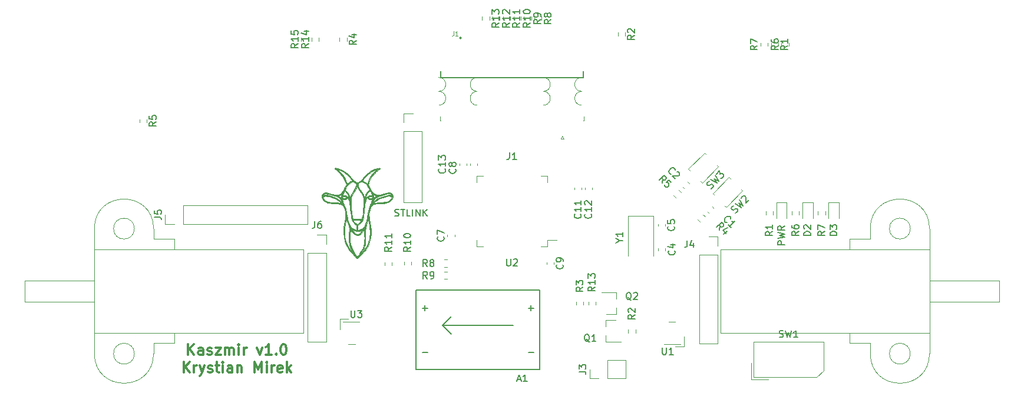
<source format=gbr>
%TF.GenerationSoftware,KiCad,Pcbnew,(5.1.7)-1*%
%TF.CreationDate,2021-05-04T00:49:10+02:00*%
%TF.ProjectId,Kaszmir,4b61737a-6d69-4722-9e6b-696361645f70,rev?*%
%TF.SameCoordinates,Original*%
%TF.FileFunction,Legend,Top*%
%TF.FilePolarity,Positive*%
%FSLAX46Y46*%
G04 Gerber Fmt 4.6, Leading zero omitted, Abs format (unit mm)*
G04 Created by KiCad (PCBNEW (5.1.7)-1) date 2021-05-04 00:49:10*
%MOMM*%
%LPD*%
G01*
G04 APERTURE LIST*
%ADD10C,0.300000*%
%ADD11C,0.120000*%
%ADD12C,0.100000*%
%ADD13C,0.200000*%
%ADD14C,0.127000*%
%ADD15C,0.010000*%
%ADD16C,0.150000*%
%ADD17C,0.015000*%
G04 APERTURE END LIST*
D10*
X49464285Y-160153571D02*
X49464285Y-158653571D01*
X50321428Y-160153571D02*
X49678571Y-159296428D01*
X50321428Y-158653571D02*
X49464285Y-159510714D01*
X51607142Y-160153571D02*
X51607142Y-159367857D01*
X51535714Y-159225000D01*
X51392857Y-159153571D01*
X51107142Y-159153571D01*
X50964285Y-159225000D01*
X51607142Y-160082142D02*
X51464285Y-160153571D01*
X51107142Y-160153571D01*
X50964285Y-160082142D01*
X50892857Y-159939285D01*
X50892857Y-159796428D01*
X50964285Y-159653571D01*
X51107142Y-159582142D01*
X51464285Y-159582142D01*
X51607142Y-159510714D01*
X52250000Y-160082142D02*
X52392857Y-160153571D01*
X52678571Y-160153571D01*
X52821428Y-160082142D01*
X52892857Y-159939285D01*
X52892857Y-159867857D01*
X52821428Y-159725000D01*
X52678571Y-159653571D01*
X52464285Y-159653571D01*
X52321428Y-159582142D01*
X52250000Y-159439285D01*
X52250000Y-159367857D01*
X52321428Y-159225000D01*
X52464285Y-159153571D01*
X52678571Y-159153571D01*
X52821428Y-159225000D01*
X53392857Y-159153571D02*
X54178571Y-159153571D01*
X53392857Y-160153571D01*
X54178571Y-160153571D01*
X54750000Y-160153571D02*
X54750000Y-159153571D01*
X54750000Y-159296428D02*
X54821428Y-159225000D01*
X54964285Y-159153571D01*
X55178571Y-159153571D01*
X55321428Y-159225000D01*
X55392857Y-159367857D01*
X55392857Y-160153571D01*
X55392857Y-159367857D02*
X55464285Y-159225000D01*
X55607142Y-159153571D01*
X55821428Y-159153571D01*
X55964285Y-159225000D01*
X56035714Y-159367857D01*
X56035714Y-160153571D01*
X56750000Y-160153571D02*
X56750000Y-159153571D01*
X56750000Y-158653571D02*
X56678571Y-158725000D01*
X56750000Y-158796428D01*
X56821428Y-158725000D01*
X56750000Y-158653571D01*
X56750000Y-158796428D01*
X57464285Y-160153571D02*
X57464285Y-159153571D01*
X57464285Y-159439285D02*
X57535714Y-159296428D01*
X57607142Y-159225000D01*
X57750000Y-159153571D01*
X57892857Y-159153571D01*
X59392857Y-159153571D02*
X59750000Y-160153571D01*
X60107142Y-159153571D01*
X61464285Y-160153571D02*
X60607142Y-160153571D01*
X61035714Y-160153571D02*
X61035714Y-158653571D01*
X60892857Y-158867857D01*
X60750000Y-159010714D01*
X60607142Y-159082142D01*
X62107142Y-160010714D02*
X62178571Y-160082142D01*
X62107142Y-160153571D01*
X62035714Y-160082142D01*
X62107142Y-160010714D01*
X62107142Y-160153571D01*
X63107142Y-158653571D02*
X63250000Y-158653571D01*
X63392857Y-158725000D01*
X63464285Y-158796428D01*
X63535714Y-158939285D01*
X63607142Y-159225000D01*
X63607142Y-159582142D01*
X63535714Y-159867857D01*
X63464285Y-160010714D01*
X63392857Y-160082142D01*
X63250000Y-160153571D01*
X63107142Y-160153571D01*
X62964285Y-160082142D01*
X62892857Y-160010714D01*
X62821428Y-159867857D01*
X62750000Y-159582142D01*
X62750000Y-159225000D01*
X62821428Y-158939285D01*
X62892857Y-158796428D01*
X62964285Y-158725000D01*
X63107142Y-158653571D01*
X48821428Y-162703571D02*
X48821428Y-161203571D01*
X49678571Y-162703571D02*
X49035714Y-161846428D01*
X49678571Y-161203571D02*
X48821428Y-162060714D01*
X50321428Y-162703571D02*
X50321428Y-161703571D01*
X50321428Y-161989285D02*
X50392857Y-161846428D01*
X50464285Y-161775000D01*
X50607142Y-161703571D01*
X50750000Y-161703571D01*
X51107142Y-161703571D02*
X51464285Y-162703571D01*
X51821428Y-161703571D02*
X51464285Y-162703571D01*
X51321428Y-163060714D01*
X51250000Y-163132142D01*
X51107142Y-163203571D01*
X52321428Y-162632142D02*
X52464285Y-162703571D01*
X52750000Y-162703571D01*
X52892857Y-162632142D01*
X52964285Y-162489285D01*
X52964285Y-162417857D01*
X52892857Y-162275000D01*
X52750000Y-162203571D01*
X52535714Y-162203571D01*
X52392857Y-162132142D01*
X52321428Y-161989285D01*
X52321428Y-161917857D01*
X52392857Y-161775000D01*
X52535714Y-161703571D01*
X52750000Y-161703571D01*
X52892857Y-161775000D01*
X53392857Y-161703571D02*
X53964285Y-161703571D01*
X53607142Y-161203571D02*
X53607142Y-162489285D01*
X53678571Y-162632142D01*
X53821428Y-162703571D01*
X53964285Y-162703571D01*
X54464285Y-162703571D02*
X54464285Y-161703571D01*
X54464285Y-161203571D02*
X54392857Y-161275000D01*
X54464285Y-161346428D01*
X54535714Y-161275000D01*
X54464285Y-161203571D01*
X54464285Y-161346428D01*
X55821428Y-162703571D02*
X55821428Y-161917857D01*
X55750000Y-161775000D01*
X55607142Y-161703571D01*
X55321428Y-161703571D01*
X55178571Y-161775000D01*
X55821428Y-162632142D02*
X55678571Y-162703571D01*
X55321428Y-162703571D01*
X55178571Y-162632142D01*
X55107142Y-162489285D01*
X55107142Y-162346428D01*
X55178571Y-162203571D01*
X55321428Y-162132142D01*
X55678571Y-162132142D01*
X55821428Y-162060714D01*
X56535714Y-161703571D02*
X56535714Y-162703571D01*
X56535714Y-161846428D02*
X56607142Y-161775000D01*
X56750000Y-161703571D01*
X56964285Y-161703571D01*
X57107142Y-161775000D01*
X57178571Y-161917857D01*
X57178571Y-162703571D01*
X59035714Y-162703571D02*
X59035714Y-161203571D01*
X59535714Y-162275000D01*
X60035714Y-161203571D01*
X60035714Y-162703571D01*
X60750000Y-162703571D02*
X60750000Y-161703571D01*
X60750000Y-161203571D02*
X60678571Y-161275000D01*
X60750000Y-161346428D01*
X60821428Y-161275000D01*
X60750000Y-161203571D01*
X60750000Y-161346428D01*
X61464285Y-162703571D02*
X61464285Y-161703571D01*
X61464285Y-161989285D02*
X61535714Y-161846428D01*
X61607142Y-161775000D01*
X61750000Y-161703571D01*
X61892857Y-161703571D01*
X62964285Y-162632142D02*
X62821428Y-162703571D01*
X62535714Y-162703571D01*
X62392857Y-162632142D01*
X62321428Y-162489285D01*
X62321428Y-161917857D01*
X62392857Y-161775000D01*
X62535714Y-161703571D01*
X62821428Y-161703571D01*
X62964285Y-161775000D01*
X63035714Y-161917857D01*
X63035714Y-162060714D01*
X62321428Y-162203571D01*
X63678571Y-162703571D02*
X63678571Y-161203571D01*
X63821428Y-162132142D02*
X64250000Y-162703571D01*
X64250000Y-161703571D02*
X63678571Y-162275000D01*
D11*
X26000000Y-152500000D02*
X36000000Y-152500000D01*
X26000000Y-149500000D02*
X36000000Y-149500000D01*
X26000000Y-152500000D02*
X26000000Y-149500000D01*
X36000000Y-142000000D02*
G75*
G02*
X44500000Y-142000000I4250000J0D01*
G01*
X36000000Y-157000000D02*
X36000000Y-145000000D01*
X44500000Y-160000000D02*
G75*
G02*
X36000000Y-160000000I-4250000J0D01*
G01*
X36000000Y-145000000D02*
X36000000Y-142000000D01*
X44500000Y-142000000D02*
X44500000Y-143500000D01*
X41750000Y-142000000D02*
G75*
G03*
X41750000Y-142000000I-1500000J0D01*
G01*
X44500000Y-160000000D02*
X44500000Y-158500000D01*
X66000000Y-145000000D02*
X66000000Y-157000000D01*
X47500000Y-143500000D02*
X47500000Y-145000000D01*
X44500000Y-143500000D02*
X47500000Y-143500000D01*
X66000000Y-157000000D02*
X36000000Y-157000000D01*
X47500000Y-158500000D02*
X47500000Y-157000000D01*
X44500000Y-158500000D02*
X47500000Y-158500000D01*
X36000000Y-157000000D02*
X36000000Y-160000000D01*
X36000000Y-145000000D02*
X66000000Y-145000000D01*
X41750000Y-160000000D02*
G75*
G03*
X41750000Y-160000000I-1500000J0D01*
G01*
X166000000Y-152500000D02*
X156000000Y-152500000D01*
X166000000Y-149500000D02*
X156000000Y-149500000D01*
X166000000Y-149500000D02*
X166000000Y-152500000D01*
X153250000Y-142000000D02*
G75*
G03*
X153250000Y-142000000I-1500000J0D01*
G01*
X156000000Y-157000000D02*
X126000000Y-157000000D01*
X156000000Y-145000000D02*
X156000000Y-142000000D01*
X147500000Y-143500000D02*
X144500000Y-143500000D01*
X144500000Y-143500000D02*
X144500000Y-145000000D01*
X126000000Y-145000000D02*
X156000000Y-145000000D01*
X147500000Y-158500000D02*
X144500000Y-158500000D01*
X144500000Y-158500000D02*
X144500000Y-157000000D01*
X126000000Y-157000000D02*
X126000000Y-145000000D01*
X147500000Y-142000000D02*
X147500000Y-143500000D01*
X153250000Y-160000000D02*
G75*
G03*
X153250000Y-160000000I-1500000J0D01*
G01*
X147500000Y-160000000D02*
X147500000Y-158500000D01*
X156000000Y-157000000D02*
X156000000Y-160000000D01*
X147500000Y-142000000D02*
G75*
G02*
X156000000Y-142000000I4250000J0D01*
G01*
X156000000Y-145000000D02*
X156000000Y-157000000D01*
X156000000Y-160000000D02*
G75*
G02*
X147500000Y-160000000I-4250000J0D01*
G01*
D12*
%TO.C,mouse-bite-3mm-slot*%
X100504000Y-122250000D02*
G75*
G03*
X100504000Y-120250000I0J1000000D01*
G01*
X106028000Y-120250000D02*
G75*
G03*
X106028000Y-122250000I0J-1000000D01*
G01*
X100504000Y-124250000D02*
G75*
G03*
X100504000Y-122250000I0J1000000D01*
G01*
X106028000Y-122250000D02*
G75*
G03*
X106028000Y-124250000I0J-1000000D01*
G01*
D11*
%TO.C,R2*%
X112272500Y-113762742D02*
X112272500Y-114237258D01*
X111227500Y-113762742D02*
X111227500Y-114237258D01*
D13*
%TO.C,J1*%
X88700000Y-114550000D02*
G75*
G03*
X88700000Y-114550000I-100000J0D01*
G01*
D14*
X85785000Y-120300000D02*
X106215000Y-120300000D01*
X106215000Y-120300000D02*
X106215000Y-119350000D01*
X85785000Y-120300000D02*
X85785000Y-119350000D01*
D11*
%TO.C,R4*%
X72272500Y-114512742D02*
X72272500Y-114987258D01*
X71227500Y-114512742D02*
X71227500Y-114987258D01*
%TO.C,R5*%
X43522500Y-126262742D02*
X43522500Y-126737258D01*
X42477500Y-126262742D02*
X42477500Y-126737258D01*
%TO.C,R6*%
X134727500Y-115737258D02*
X134727500Y-115262742D01*
X135772500Y-115737258D02*
X135772500Y-115262742D01*
%TO.C,R8*%
X100272500Y-111512742D02*
X100272500Y-111987258D01*
X99227500Y-111512742D02*
X99227500Y-111987258D01*
%TO.C,R7*%
X131727500Y-115737258D02*
X131727500Y-115262742D01*
X132772500Y-115737258D02*
X132772500Y-115262742D01*
%TO.C,R10*%
X97272500Y-111512742D02*
X97272500Y-111987258D01*
X96227500Y-111512742D02*
X96227500Y-111987258D01*
%TO.C,R12*%
X94272500Y-111512742D02*
X94272500Y-111987258D01*
X93227500Y-111512742D02*
X93227500Y-111987258D01*
%TO.C,R13*%
X92772500Y-111512742D02*
X92772500Y-111987258D01*
X91727500Y-111512742D02*
X91727500Y-111987258D01*
%TO.C,R1*%
X134272500Y-115262742D02*
X134272500Y-115737258D01*
X133227500Y-115262742D02*
X133227500Y-115737258D01*
%TO.C,R9*%
X98772500Y-111512742D02*
X98772500Y-111987258D01*
X97727500Y-111512742D02*
X97727500Y-111987258D01*
%TO.C,R11*%
X95772500Y-111512742D02*
X95772500Y-111987258D01*
X94727500Y-111512742D02*
X94727500Y-111987258D01*
%TO.C,R15*%
X65727500Y-114987258D02*
X65727500Y-114512742D01*
X66772500Y-114987258D02*
X66772500Y-114512742D01*
%TO.C,R14*%
X67227500Y-114987258D02*
X67227500Y-114512742D01*
X68272500Y-114987258D02*
X68272500Y-114512742D01*
D12*
%TO.C,mouse-bite-3mm-slot*%
X91012000Y-120250000D02*
G75*
G03*
X91012000Y-122250000I0J-1000000D01*
G01*
X85488000Y-122250000D02*
G75*
G03*
X85488000Y-120250000I0J1000000D01*
G01*
X91012000Y-122250000D02*
G75*
G03*
X91012000Y-124250000I0J-1000000D01*
G01*
X85488000Y-124250000D02*
G75*
G03*
X85488000Y-122250000I0J1000000D01*
G01*
D15*
%TO.C,G\u002A\u002A\u002A*%
G36*
X70739561Y-133275678D02*
G01*
X70994792Y-133342956D01*
X71093077Y-133373300D01*
X71625662Y-133593861D01*
X72124789Y-133902531D01*
X72574075Y-134287261D01*
X72957140Y-134736005D01*
X72969454Y-134753153D01*
X73137838Y-134962007D01*
X73300168Y-135114140D01*
X73387214Y-135169853D01*
X73538055Y-135247780D01*
X73668197Y-135321603D01*
X73683658Y-135331220D01*
X73778338Y-135375073D01*
X73853669Y-135348098D01*
X73886858Y-135320504D01*
X73995927Y-135246102D01*
X74141498Y-135171906D01*
X74160111Y-135164006D01*
X74287377Y-135079444D01*
X74562800Y-135079444D01*
X74604470Y-135122121D01*
X74710540Y-135187421D01*
X74784686Y-135225550D01*
X74938630Y-135311902D01*
X75065301Y-135403009D01*
X75098446Y-135434482D01*
X75164584Y-135494124D01*
X75215837Y-135493389D01*
X75264838Y-135420661D01*
X75324222Y-135264323D01*
X75342374Y-135210202D01*
X75529049Y-134781205D01*
X75802798Y-134347130D01*
X76151855Y-133926426D01*
X76180017Y-133896685D01*
X76564542Y-133494208D01*
X76300530Y-133594525D01*
X75799270Y-133837062D01*
X75337328Y-134163504D01*
X74936191Y-134557734D01*
X74812851Y-134710440D01*
X74696853Y-134868114D01*
X74609448Y-134995386D01*
X74565372Y-135070506D01*
X74562800Y-135079444D01*
X74287377Y-135079444D01*
X74323329Y-135055556D01*
X74505454Y-134855299D01*
X74577870Y-134758023D01*
X74928129Y-134339198D01*
X75338528Y-133971164D01*
X75790992Y-133665793D01*
X76267448Y-133434958D01*
X76749823Y-133290532D01*
X76836100Y-133274592D01*
X76988376Y-133264791D01*
X77051562Y-133297732D01*
X77026333Y-133368578D01*
X76913367Y-133472488D01*
X76797145Y-133552948D01*
X76473473Y-133806602D01*
X76160309Y-134136766D01*
X75876044Y-134518657D01*
X75639069Y-134927491D01*
X75467774Y-135338483D01*
X75464328Y-135349082D01*
X75351748Y-135697964D01*
X75630374Y-136231882D01*
X75815019Y-136558044D01*
X75989530Y-136797346D01*
X76169363Y-136961255D01*
X76369974Y-137061236D01*
X76606822Y-137108754D01*
X76823400Y-137116808D01*
X77034944Y-137097779D01*
X77306859Y-137048391D01*
X77604825Y-136975105D01*
X77661600Y-136958998D01*
X77976986Y-136873342D01*
X78215897Y-136824398D01*
X78396208Y-136811192D01*
X78535799Y-136832755D01*
X78652546Y-136888114D01*
X78675748Y-136903881D01*
X78840130Y-137074408D01*
X78914591Y-137279190D01*
X78899165Y-137505249D01*
X78793884Y-137739606D01*
X78673276Y-137894606D01*
X78512924Y-138049054D01*
X78342501Y-138166245D01*
X78143914Y-138252072D01*
X77899073Y-138312425D01*
X77589885Y-138353198D01*
X77198258Y-138380281D01*
X77179000Y-138381243D01*
X76808361Y-138403127D01*
X76522232Y-138430213D01*
X76303529Y-138466593D01*
X76135166Y-138516364D01*
X76000060Y-138583620D01*
X75881125Y-138672456D01*
X75850723Y-138699612D01*
X75689233Y-138911605D01*
X75571170Y-139203483D01*
X75498082Y-139562563D01*
X75471513Y-139976164D01*
X75493009Y-140431605D01*
X75564116Y-140916203D01*
X75574323Y-140967288D01*
X75629655Y-141263416D01*
X75683393Y-141595076D01*
X75726609Y-141905724D01*
X75738394Y-142006308D01*
X75763479Y-142655000D01*
X75699951Y-143293203D01*
X75551519Y-143906788D01*
X75321896Y-144481627D01*
X75014790Y-145003590D01*
X74916121Y-145137437D01*
X74789936Y-145290906D01*
X74629811Y-145471718D01*
X74450272Y-145665093D01*
X74265846Y-145856255D01*
X74091060Y-146030424D01*
X73940440Y-146172822D01*
X73828514Y-146268671D01*
X73770199Y-146303200D01*
X73715810Y-146268350D01*
X73606127Y-146172618D01*
X73455357Y-146029232D01*
X73277708Y-145851418D01*
X73210339Y-145781971D01*
X72894652Y-145440953D01*
X72643617Y-145136964D01*
X72440333Y-144846442D01*
X72267897Y-144545826D01*
X72151743Y-144306375D01*
X71958828Y-143787695D01*
X71839502Y-143234410D01*
X71793185Y-142637501D01*
X71803340Y-142384840D01*
X71942494Y-142384840D01*
X71953311Y-142790706D01*
X71993849Y-143202355D01*
X72060675Y-143581640D01*
X72127079Y-143825226D01*
X72280896Y-144207911D01*
X72486172Y-144606679D01*
X72718735Y-144977575D01*
X72875178Y-145185441D01*
X72992175Y-145323768D01*
X73082032Y-145422860D01*
X73127897Y-145464282D01*
X73130082Y-145464282D01*
X73114966Y-145417261D01*
X73061127Y-145304774D01*
X72979697Y-145149884D01*
X72967854Y-145128183D01*
X72841052Y-144879308D01*
X72744156Y-144641527D01*
X72673841Y-144395949D01*
X72626784Y-144123684D01*
X72599659Y-143805840D01*
X72595313Y-143647830D01*
X72741134Y-143647830D01*
X72745336Y-143854992D01*
X72759121Y-144022457D01*
X72783248Y-144170771D01*
X72803799Y-144262396D01*
X72941327Y-144679454D01*
X73151363Y-145118739D01*
X73419124Y-145550486D01*
X73497610Y-145659498D01*
X73612222Y-145812532D01*
X73699152Y-145909554D01*
X73773119Y-145945916D01*
X73848841Y-145916970D01*
X73941039Y-145818069D01*
X74064432Y-145644563D01*
X74195680Y-145448626D01*
X74445960Y-145448626D01*
X74495565Y-145404812D01*
X74597082Y-145280326D01*
X74752653Y-145073830D01*
X74844454Y-144948886D01*
X75095678Y-144549764D01*
X75314091Y-144095808D01*
X75478148Y-143633154D01*
X75504854Y-143534600D01*
X75562817Y-143203285D01*
X75591029Y-142800670D01*
X75589966Y-142352455D01*
X75560101Y-141884339D01*
X75501910Y-141422022D01*
X75461687Y-141197800D01*
X75339822Y-140588200D01*
X75277441Y-140816800D01*
X75234036Y-140971456D01*
X75172455Y-141185395D01*
X75103682Y-141420572D01*
X75079429Y-141502600D01*
X75033310Y-141662610D01*
X74999331Y-141800148D01*
X74975933Y-141934507D01*
X74961559Y-142084978D01*
X74954648Y-142270855D01*
X74953644Y-142511431D01*
X74956987Y-142825999D01*
X74959372Y-142988754D01*
X74963033Y-143414887D01*
X74957378Y-143759301D01*
X74938946Y-144041710D01*
X74904278Y-144281825D01*
X74849914Y-144499360D01*
X74772395Y-144714027D01*
X74668260Y-144945539D01*
X74587186Y-145109400D01*
X74493913Y-145299583D01*
X74446123Y-145413104D01*
X74445960Y-145448626D01*
X74195680Y-145448626D01*
X74203806Y-145436496D01*
X74414359Y-145101579D01*
X74573944Y-144793349D01*
X74687579Y-144490447D01*
X74760283Y-144171515D01*
X74797075Y-143815194D01*
X74802974Y-143400125D01*
X74786016Y-142958680D01*
X74740600Y-142128760D01*
X74520713Y-142441151D01*
X74319852Y-142691216D01*
X74126890Y-142852243D01*
X73927147Y-142934257D01*
X73775400Y-142950020D01*
X73560771Y-142916520D01*
X73360044Y-142809662D01*
X73158931Y-142619907D01*
X73019593Y-142445367D01*
X72827421Y-142184319D01*
X73045984Y-142184319D01*
X73099902Y-142279096D01*
X73200570Y-142412655D01*
X73321827Y-142554413D01*
X73437514Y-142673785D01*
X73521400Y-142740150D01*
X73724831Y-142791110D01*
X73940945Y-142764477D01*
X74046961Y-142717563D01*
X74138617Y-142643760D01*
X74253352Y-142526713D01*
X74368525Y-142393097D01*
X74461496Y-142269583D01*
X74509625Y-142182846D01*
X74512000Y-142169696D01*
X74472137Y-142170849D01*
X74370488Y-142211727D01*
X74296100Y-142248572D01*
X74017555Y-142342628D01*
X73707765Y-142363041D01*
X73405367Y-142309915D01*
X73249184Y-142245758D01*
X73127138Y-142189826D01*
X73055114Y-142172445D01*
X73045984Y-142184319D01*
X72827421Y-142184319D01*
X72795576Y-142141062D01*
X72758450Y-143032227D01*
X72745758Y-143380424D01*
X72741134Y-143647830D01*
X72595313Y-143647830D01*
X72589142Y-143423527D01*
X72591416Y-142989222D01*
X72607000Y-141959800D01*
X72432977Y-141350200D01*
X72363807Y-141114070D01*
X72301772Y-140913595D01*
X72253380Y-140769061D01*
X72225144Y-140700754D01*
X72224105Y-140699367D01*
X72200746Y-140726703D01*
X72167108Y-140838421D01*
X72126388Y-141018202D01*
X72081784Y-141249727D01*
X72036492Y-141516676D01*
X71993708Y-141802728D01*
X71964833Y-142022904D01*
X71942494Y-142384840D01*
X71803340Y-142384840D01*
X71819293Y-141987952D01*
X71917246Y-141276745D01*
X71946326Y-141121600D01*
X72041829Y-140513759D01*
X72076699Y-139980844D01*
X72051242Y-139524162D01*
X71965763Y-139145021D01*
X71820568Y-138844728D01*
X71615961Y-138624590D01*
X71352249Y-138485915D01*
X71329096Y-138478529D01*
X71208634Y-138454438D01*
X71010711Y-138428923D01*
X70759390Y-138404521D01*
X70478732Y-138383773D01*
X70371800Y-138377505D01*
X70085492Y-138358242D01*
X69818741Y-138333513D01*
X69595899Y-138306053D01*
X69441319Y-138278598D01*
X69406600Y-138269088D01*
X69220028Y-138175863D01*
X69025792Y-138027944D01*
X68848517Y-137850085D01*
X68712824Y-137667045D01*
X68645447Y-137508536D01*
X68847061Y-137508536D01*
X68877833Y-137647468D01*
X68982619Y-137795969D01*
X69151217Y-137940058D01*
X69373427Y-138065757D01*
X69399872Y-138077501D01*
X69524643Y-138124433D01*
X69664026Y-138159484D01*
X69838942Y-138185653D01*
X70070312Y-138205937D01*
X70379060Y-138223334D01*
X70436191Y-138226011D01*
X70707042Y-138240416D01*
X70941086Y-138256572D01*
X71119935Y-138272918D01*
X71225202Y-138287895D01*
X71244757Y-138294624D01*
X71319940Y-138324566D01*
X71355431Y-138327600D01*
X71376804Y-138297862D01*
X71316175Y-138208970D01*
X71258065Y-138145476D01*
X71060228Y-137968955D01*
X70821518Y-137814232D01*
X70526575Y-137673933D01*
X70160042Y-137540686D01*
X69737821Y-137415636D01*
X69401019Y-137338816D01*
X69146676Y-137315950D01*
X68971222Y-137346942D01*
X68900504Y-137393152D01*
X68847061Y-137508536D01*
X68645447Y-137508536D01*
X68643339Y-137503579D01*
X68642899Y-137501253D01*
X68643265Y-137260197D01*
X68666807Y-137204589D01*
X68845903Y-137204589D01*
X68926755Y-137185989D01*
X69002012Y-137158510D01*
X69138849Y-137143472D01*
X69355848Y-137166945D01*
X69640277Y-137226298D01*
X69979402Y-137318898D01*
X70341022Y-137435396D01*
X70691688Y-137572048D01*
X70972098Y-137722019D01*
X71213458Y-137903947D01*
X71360276Y-138044145D01*
X71479485Y-138163975D01*
X71567929Y-138247966D01*
X71604555Y-138276800D01*
X71591610Y-138235985D01*
X71540764Y-138128647D01*
X71462793Y-137977443D01*
X71457374Y-137967259D01*
X71369094Y-137822401D01*
X71643506Y-137822401D01*
X71643555Y-137883863D01*
X71652014Y-137920041D01*
X71689358Y-138033790D01*
X71754395Y-138200192D01*
X71819779Y-138353000D01*
X71912948Y-138576967D01*
X72008598Y-138830382D01*
X72062805Y-138988000D01*
X72101176Y-139111420D01*
X72136389Y-139238770D01*
X72171667Y-139385405D01*
X72210232Y-139566680D01*
X72255305Y-139797953D01*
X72310108Y-140094578D01*
X72377864Y-140471912D01*
X72398544Y-140588200D01*
X72499213Y-141036564D01*
X72629320Y-141396999D01*
X72795271Y-141680531D01*
X73003474Y-141898186D01*
X73251894Y-142056816D01*
X73454130Y-142151401D01*
X73584314Y-142188041D01*
X73658107Y-142160059D01*
X73691173Y-142060778D01*
X73699173Y-141883523D01*
X73699200Y-141866152D01*
X73699200Y-141543904D01*
X73851600Y-141543904D01*
X73851600Y-142201100D01*
X74016700Y-142168393D01*
X74159143Y-142121551D01*
X74331118Y-142040300D01*
X74408714Y-141995811D01*
X74626711Y-141824732D01*
X74807358Y-141598327D01*
X74955655Y-141306092D01*
X75076606Y-140937525D01*
X75175212Y-140482123D01*
X75200043Y-140334200D01*
X75277670Y-139874376D01*
X75353856Y-139491937D01*
X75435058Y-139162977D01*
X75527731Y-138863587D01*
X75638333Y-138569859D01*
X75741962Y-138327600D01*
X75752681Y-138302200D01*
X75918350Y-138302200D01*
X75919137Y-138301456D01*
X76179626Y-138301456D01*
X76226762Y-138308763D01*
X76239200Y-138305584D01*
X76333759Y-138290068D01*
X76508158Y-138271581D01*
X76740754Y-138252051D01*
X77009903Y-138233409D01*
X77128200Y-138226333D01*
X77413608Y-138206521D01*
X77678614Y-138181656D01*
X77899160Y-138154454D01*
X78051191Y-138127630D01*
X78085394Y-138118300D01*
X78251303Y-138037594D01*
X78425112Y-137913147D01*
X78577706Y-137770230D01*
X78679974Y-137634115D01*
X78701315Y-137583652D01*
X78693644Y-137455733D01*
X78601623Y-137361968D01*
X78440161Y-137314811D01*
X78375731Y-137311600D01*
X78212817Y-137329493D01*
X77982292Y-137378016D01*
X77710622Y-137449434D01*
X77424272Y-137536012D01*
X77149709Y-137630016D01*
X76913400Y-137723709D01*
X76823400Y-137765279D01*
X76674513Y-137849698D01*
X76523939Y-137953042D01*
X76385419Y-138062601D01*
X76272698Y-138165664D01*
X76199519Y-138249519D01*
X76179626Y-138301456D01*
X75919137Y-138301456D01*
X76220740Y-138016455D01*
X76392878Y-137865039D01*
X76567396Y-137729801D01*
X76709798Y-137637244D01*
X76724065Y-137629772D01*
X76921316Y-137543759D01*
X77186885Y-137446000D01*
X77489876Y-137346654D01*
X77799397Y-137255875D01*
X78071724Y-137186736D01*
X78316521Y-137143377D01*
X78497919Y-137143030D01*
X78574585Y-137158794D01*
X78743521Y-137207244D01*
X78621660Y-137077521D01*
X78517163Y-136990621D01*
X78399403Y-136963241D01*
X78296600Y-136968686D01*
X78128479Y-136996490D01*
X77900186Y-137048690D01*
X77632926Y-137118865D01*
X77347900Y-137200592D01*
X77066312Y-137287446D01*
X76809364Y-137373006D01*
X76598260Y-137450847D01*
X76454202Y-137514548D01*
X76414121Y-137538951D01*
X76310086Y-137645715D01*
X76190668Y-137808435D01*
X76088379Y-137979959D01*
X75918350Y-138302200D01*
X75752681Y-138302200D01*
X75815671Y-138152944D01*
X75874478Y-137997126D01*
X75898267Y-137921006D01*
X75911482Y-137841962D01*
X75882003Y-137808309D01*
X75786002Y-137805751D01*
X75714784Y-137810934D01*
X75557531Y-137809773D01*
X75444600Y-137762430D01*
X75357219Y-137685764D01*
X75214927Y-137543472D01*
X75117305Y-137668836D01*
X75042086Y-137791165D01*
X74978103Y-137956441D01*
X74922738Y-138176884D01*
X74873375Y-138464714D01*
X74827398Y-138832150D01*
X74791336Y-139191200D01*
X74742145Y-139676448D01*
X74690936Y-140073216D01*
X74633514Y-140394598D01*
X74565684Y-140653691D01*
X74483249Y-140863589D01*
X74382016Y-141037389D01*
X74257789Y-141188186D01*
X74106495Y-141328973D01*
X73851600Y-141543904D01*
X73699200Y-141543904D01*
X73444304Y-141328973D01*
X73294522Y-141189963D01*
X73171597Y-141041811D01*
X73093828Y-140909656D01*
X73266193Y-140909656D01*
X73344372Y-141034202D01*
X73491519Y-141174795D01*
X73555822Y-141223896D01*
X73681278Y-141310789D01*
X73761896Y-141343674D01*
X73834551Y-141328924D01*
X73913968Y-141285801D01*
X74054756Y-141182772D01*
X74185766Y-141055588D01*
X74189087Y-141051704D01*
X74265168Y-140942737D01*
X74295488Y-140859391D01*
X74294050Y-140848504D01*
X74238152Y-140821840D01*
X74107774Y-140800582D01*
X73929937Y-140785577D01*
X73731657Y-140777673D01*
X73539954Y-140777717D01*
X73381847Y-140786555D01*
X73284354Y-140805037D01*
X73267698Y-140816316D01*
X73266193Y-140909656D01*
X73093828Y-140909656D01*
X73071344Y-140871449D01*
X72989582Y-140665806D01*
X72922129Y-140411812D01*
X72864803Y-140096398D01*
X72813420Y-139706494D01*
X72763799Y-139229031D01*
X72760208Y-139191200D01*
X72714560Y-138752308D01*
X72667950Y-138402690D01*
X72640084Y-138251400D01*
X72866474Y-138251400D01*
X72874975Y-138529972D01*
X72894474Y-138856761D01*
X72922613Y-139208419D01*
X72957033Y-139561598D01*
X72995374Y-139892949D01*
X73035277Y-140179125D01*
X73074383Y-140396777D01*
X73089750Y-140461200D01*
X73137476Y-140639000D01*
X74413323Y-140639000D01*
X74461049Y-140461200D01*
X74512587Y-140221852D01*
X74558883Y-139917386D01*
X74598908Y-139566712D01*
X74631631Y-139188740D01*
X74656023Y-138802379D01*
X74671055Y-138426539D01*
X74675696Y-138080130D01*
X74668917Y-137782062D01*
X74653001Y-137591000D01*
X74961442Y-137591000D01*
X75105021Y-137457507D01*
X75127039Y-137439246D01*
X75444522Y-137439246D01*
X75449233Y-137545398D01*
X75531073Y-137629153D01*
X75665577Y-137666870D01*
X75680400Y-137667200D01*
X75807240Y-137641269D01*
X75883063Y-137591646D01*
X75929973Y-137486687D01*
X75885254Y-137408516D01*
X75757418Y-137366761D01*
X75680400Y-137362400D01*
X75515404Y-137382610D01*
X75444522Y-137439246D01*
X75127039Y-137439246D01*
X75233165Y-137351233D01*
X75354772Y-137269578D01*
X75365579Y-137263785D01*
X75494732Y-137222970D01*
X75658730Y-137201530D01*
X75683079Y-137200790D01*
X75809375Y-137188597D01*
X75815555Y-137186195D01*
X76096134Y-137186195D01*
X76109158Y-137303428D01*
X76116914Y-137355032D01*
X76150397Y-137564427D01*
X76313278Y-137425313D01*
X76476159Y-137286200D01*
X76294179Y-137204029D01*
X76175628Y-137154685D01*
X76104650Y-137133060D01*
X76097815Y-137133747D01*
X76096134Y-137186195D01*
X75815555Y-137186195D01*
X75878913Y-137161572D01*
X75883600Y-137151522D01*
X75861492Y-137075328D01*
X75806160Y-136952570D01*
X75734094Y-136814016D01*
X75661781Y-136690434D01*
X75605710Y-136612591D01*
X75588253Y-136600400D01*
X75524007Y-136637494D01*
X75422679Y-136732245D01*
X75306552Y-136859859D01*
X75197907Y-136995539D01*
X75119027Y-137114489D01*
X75108926Y-137133800D01*
X75042366Y-137294851D01*
X74997850Y-137438600D01*
X74961442Y-137591000D01*
X74653001Y-137591000D01*
X74649689Y-137551244D01*
X74625996Y-137432043D01*
X74571066Y-137302696D01*
X74472748Y-137117930D01*
X74346367Y-136905246D01*
X74243403Y-136745478D01*
X74106447Y-136534982D01*
X73984999Y-136338044D01*
X73894310Y-136179982D01*
X73855120Y-136100898D01*
X73785627Y-135933127D01*
X73625878Y-136228663D01*
X73513806Y-136423086D01*
X73372280Y-136651026D01*
X73231548Y-136863793D01*
X73228867Y-136867678D01*
X73083729Y-137091838D01*
X72981977Y-137292386D01*
X72916585Y-137496148D01*
X72880530Y-137729948D01*
X72866784Y-138020611D01*
X72866474Y-138251400D01*
X72640084Y-138251400D01*
X72617729Y-138130033D01*
X72561249Y-137922024D01*
X72495862Y-137766351D01*
X72432441Y-137667441D01*
X72333767Y-137540682D01*
X72182240Y-137685854D01*
X72059214Y-137783006D01*
X71936374Y-137815727D01*
X71825485Y-137811454D01*
X71696114Y-137803294D01*
X71643506Y-137822401D01*
X71369094Y-137822401D01*
X71348152Y-137788038D01*
X71228423Y-137630332D01*
X71136895Y-137539355D01*
X71034353Y-137485379D01*
X70854205Y-137414021D01*
X70617624Y-137331691D01*
X70437051Y-137273973D01*
X71051817Y-137273973D01*
X71219808Y-137414699D01*
X71387800Y-137555425D01*
X71395411Y-137520119D01*
X71612333Y-137520119D01*
X71650366Y-137575066D01*
X71770130Y-137647549D01*
X71916657Y-137662791D01*
X72043658Y-137618976D01*
X72073063Y-137591646D01*
X72119201Y-137486582D01*
X72074332Y-137407540D01*
X71948001Y-137365982D01*
X71882154Y-137362400D01*
X71707379Y-137381991D01*
X71615187Y-137436631D01*
X71612333Y-137520119D01*
X71395411Y-137520119D01*
X71427036Y-137373421D01*
X71449462Y-137244229D01*
X71453942Y-137161533D01*
X71453019Y-137157511D01*
X71667200Y-137157511D01*
X71712552Y-137189041D01*
X71827091Y-137207763D01*
X71891850Y-137210000D01*
X72062155Y-137227835D01*
X72213861Y-137293555D01*
X72336350Y-137379066D01*
X72459390Y-137464778D01*
X72546323Y-137508650D01*
X72572918Y-137506709D01*
X72562061Y-137441619D01*
X72516675Y-137316125D01*
X72465089Y-137197943D01*
X72372822Y-137031846D01*
X72256600Y-136866063D01*
X72135709Y-136723724D01*
X72029435Y-136627955D01*
X71966827Y-136600400D01*
X71923553Y-136641825D01*
X71856048Y-136745645D01*
X71780813Y-136881180D01*
X71714350Y-137017746D01*
X71673160Y-137124662D01*
X71667200Y-137157511D01*
X71453019Y-137157511D01*
X71452436Y-137154974D01*
X71401984Y-137149221D01*
X71292214Y-137178600D01*
X71245208Y-137196251D01*
X71051817Y-137273973D01*
X70437051Y-137273973D01*
X70345778Y-137244799D01*
X70059839Y-137159755D01*
X69780976Y-137082972D01*
X69530359Y-137020857D01*
X69329159Y-136979823D01*
X69254200Y-136969267D01*
X69102854Y-136967630D01*
X68996597Y-137014643D01*
X68927844Y-137078898D01*
X68848282Y-137171055D01*
X68845903Y-137204589D01*
X68666807Y-137204589D01*
X68731398Y-137052023D01*
X68894551Y-136899381D01*
X69028857Y-136835892D01*
X69176480Y-136810545D01*
X69359319Y-136824145D01*
X69599275Y-136877500D01*
X69791347Y-136932405D01*
X70211963Y-137045085D01*
X70558949Y-137106258D01*
X70845321Y-137117478D01*
X71067494Y-137084744D01*
X71268419Y-137017296D01*
X71435208Y-136919703D01*
X71583643Y-136776084D01*
X71729504Y-136570561D01*
X71821194Y-136407256D01*
X72016260Y-136407256D01*
X72219634Y-136581336D01*
X72388221Y-136768947D01*
X72549356Y-137026949D01*
X72684531Y-137324738D01*
X72707313Y-137387800D01*
X72733563Y-137432661D01*
X72766245Y-137406248D01*
X72815713Y-137297286D01*
X72834366Y-137249448D01*
X72912150Y-137084269D01*
X73027272Y-136882800D01*
X73153448Y-136690648D01*
X73350103Y-136394607D01*
X73503361Y-136122869D01*
X73605214Y-135891520D01*
X73647653Y-135716643D01*
X73648333Y-135698342D01*
X73908256Y-135698342D01*
X73940473Y-135876728D01*
X74034935Y-136100885D01*
X74194493Y-136380122D01*
X74404016Y-136697714D01*
X74528632Y-136888705D01*
X74635114Y-137070142D01*
X74705445Y-137210734D01*
X74717307Y-137241786D01*
X74763465Y-137355067D01*
X74803730Y-137411713D01*
X74808815Y-137413200D01*
X74843612Y-137369530D01*
X74896242Y-137257072D01*
X74936448Y-137152208D01*
X75076299Y-136884239D01*
X75278246Y-136642115D01*
X75527348Y-136393012D01*
X75373785Y-136088804D01*
X75189250Y-135788435D01*
X74977881Y-135553796D01*
X74751144Y-135390365D01*
X74520510Y-135303621D01*
X74297445Y-135299043D01*
X74093418Y-135382111D01*
X74019142Y-135441636D01*
X73935430Y-135556414D01*
X73908256Y-135698342D01*
X73648333Y-135698342D01*
X73648400Y-135696543D01*
X73601537Y-135535109D01*
X73476692Y-135398340D01*
X73297481Y-135310131D01*
X73256805Y-135300341D01*
X73022598Y-135303428D01*
X72782977Y-135397848D01*
X72549888Y-135574830D01*
X72335278Y-135825600D01*
X72173419Y-136095926D01*
X72016260Y-136407256D01*
X71821194Y-136407256D01*
X71888572Y-136287254D01*
X71919513Y-136227382D01*
X72194875Y-135689555D01*
X72104001Y-135395677D01*
X71918870Y-134940620D01*
X71654339Y-134491665D01*
X71330288Y-134076500D01*
X70966597Y-133722810D01*
X70821740Y-133609998D01*
X70672044Y-133492895D01*
X70982801Y-133492895D01*
X71308867Y-133825071D01*
X71610574Y-134160164D01*
X71855574Y-134500393D01*
X72061350Y-134874738D01*
X72245385Y-135312175D01*
X72304050Y-135474527D01*
X72343238Y-135499938D01*
X72428114Y-135454791D01*
X72492804Y-135403329D01*
X72643281Y-135294025D01*
X72799728Y-135205338D01*
X72822900Y-135195020D01*
X72932666Y-135138191D01*
X72986799Y-135088921D01*
X72988000Y-135083294D01*
X72959235Y-135025547D01*
X72882791Y-134909691D01*
X72773441Y-134757756D01*
X72737948Y-134710440D01*
X72362325Y-134294955D01*
X71918024Y-133942107D01*
X71426162Y-133667728D01*
X71248541Y-133593868D01*
X70982801Y-133492895D01*
X70672044Y-133492895D01*
X70623131Y-133454632D01*
X70515926Y-133343239D01*
X70499809Y-133276097D01*
X70574460Y-133253484D01*
X70739561Y-133275678D01*
G37*
X70739561Y-133275678D02*
X70994792Y-133342956D01*
X71093077Y-133373300D01*
X71625662Y-133593861D01*
X72124789Y-133902531D01*
X72574075Y-134287261D01*
X72957140Y-134736005D01*
X72969454Y-134753153D01*
X73137838Y-134962007D01*
X73300168Y-135114140D01*
X73387214Y-135169853D01*
X73538055Y-135247780D01*
X73668197Y-135321603D01*
X73683658Y-135331220D01*
X73778338Y-135375073D01*
X73853669Y-135348098D01*
X73886858Y-135320504D01*
X73995927Y-135246102D01*
X74141498Y-135171906D01*
X74160111Y-135164006D01*
X74287377Y-135079444D01*
X74562800Y-135079444D01*
X74604470Y-135122121D01*
X74710540Y-135187421D01*
X74784686Y-135225550D01*
X74938630Y-135311902D01*
X75065301Y-135403009D01*
X75098446Y-135434482D01*
X75164584Y-135494124D01*
X75215837Y-135493389D01*
X75264838Y-135420661D01*
X75324222Y-135264323D01*
X75342374Y-135210202D01*
X75529049Y-134781205D01*
X75802798Y-134347130D01*
X76151855Y-133926426D01*
X76180017Y-133896685D01*
X76564542Y-133494208D01*
X76300530Y-133594525D01*
X75799270Y-133837062D01*
X75337328Y-134163504D01*
X74936191Y-134557734D01*
X74812851Y-134710440D01*
X74696853Y-134868114D01*
X74609448Y-134995386D01*
X74565372Y-135070506D01*
X74562800Y-135079444D01*
X74287377Y-135079444D01*
X74323329Y-135055556D01*
X74505454Y-134855299D01*
X74577870Y-134758023D01*
X74928129Y-134339198D01*
X75338528Y-133971164D01*
X75790992Y-133665793D01*
X76267448Y-133434958D01*
X76749823Y-133290532D01*
X76836100Y-133274592D01*
X76988376Y-133264791D01*
X77051562Y-133297732D01*
X77026333Y-133368578D01*
X76913367Y-133472488D01*
X76797145Y-133552948D01*
X76473473Y-133806602D01*
X76160309Y-134136766D01*
X75876044Y-134518657D01*
X75639069Y-134927491D01*
X75467774Y-135338483D01*
X75464328Y-135349082D01*
X75351748Y-135697964D01*
X75630374Y-136231882D01*
X75815019Y-136558044D01*
X75989530Y-136797346D01*
X76169363Y-136961255D01*
X76369974Y-137061236D01*
X76606822Y-137108754D01*
X76823400Y-137116808D01*
X77034944Y-137097779D01*
X77306859Y-137048391D01*
X77604825Y-136975105D01*
X77661600Y-136958998D01*
X77976986Y-136873342D01*
X78215897Y-136824398D01*
X78396208Y-136811192D01*
X78535799Y-136832755D01*
X78652546Y-136888114D01*
X78675748Y-136903881D01*
X78840130Y-137074408D01*
X78914591Y-137279190D01*
X78899165Y-137505249D01*
X78793884Y-137739606D01*
X78673276Y-137894606D01*
X78512924Y-138049054D01*
X78342501Y-138166245D01*
X78143914Y-138252072D01*
X77899073Y-138312425D01*
X77589885Y-138353198D01*
X77198258Y-138380281D01*
X77179000Y-138381243D01*
X76808361Y-138403127D01*
X76522232Y-138430213D01*
X76303529Y-138466593D01*
X76135166Y-138516364D01*
X76000060Y-138583620D01*
X75881125Y-138672456D01*
X75850723Y-138699612D01*
X75689233Y-138911605D01*
X75571170Y-139203483D01*
X75498082Y-139562563D01*
X75471513Y-139976164D01*
X75493009Y-140431605D01*
X75564116Y-140916203D01*
X75574323Y-140967288D01*
X75629655Y-141263416D01*
X75683393Y-141595076D01*
X75726609Y-141905724D01*
X75738394Y-142006308D01*
X75763479Y-142655000D01*
X75699951Y-143293203D01*
X75551519Y-143906788D01*
X75321896Y-144481627D01*
X75014790Y-145003590D01*
X74916121Y-145137437D01*
X74789936Y-145290906D01*
X74629811Y-145471718D01*
X74450272Y-145665093D01*
X74265846Y-145856255D01*
X74091060Y-146030424D01*
X73940440Y-146172822D01*
X73828514Y-146268671D01*
X73770199Y-146303200D01*
X73715810Y-146268350D01*
X73606127Y-146172618D01*
X73455357Y-146029232D01*
X73277708Y-145851418D01*
X73210339Y-145781971D01*
X72894652Y-145440953D01*
X72643617Y-145136964D01*
X72440333Y-144846442D01*
X72267897Y-144545826D01*
X72151743Y-144306375D01*
X71958828Y-143787695D01*
X71839502Y-143234410D01*
X71793185Y-142637501D01*
X71803340Y-142384840D01*
X71942494Y-142384840D01*
X71953311Y-142790706D01*
X71993849Y-143202355D01*
X72060675Y-143581640D01*
X72127079Y-143825226D01*
X72280896Y-144207911D01*
X72486172Y-144606679D01*
X72718735Y-144977575D01*
X72875178Y-145185441D01*
X72992175Y-145323768D01*
X73082032Y-145422860D01*
X73127897Y-145464282D01*
X73130082Y-145464282D01*
X73114966Y-145417261D01*
X73061127Y-145304774D01*
X72979697Y-145149884D01*
X72967854Y-145128183D01*
X72841052Y-144879308D01*
X72744156Y-144641527D01*
X72673841Y-144395949D01*
X72626784Y-144123684D01*
X72599659Y-143805840D01*
X72595313Y-143647830D01*
X72741134Y-143647830D01*
X72745336Y-143854992D01*
X72759121Y-144022457D01*
X72783248Y-144170771D01*
X72803799Y-144262396D01*
X72941327Y-144679454D01*
X73151363Y-145118739D01*
X73419124Y-145550486D01*
X73497610Y-145659498D01*
X73612222Y-145812532D01*
X73699152Y-145909554D01*
X73773119Y-145945916D01*
X73848841Y-145916970D01*
X73941039Y-145818069D01*
X74064432Y-145644563D01*
X74195680Y-145448626D01*
X74445960Y-145448626D01*
X74495565Y-145404812D01*
X74597082Y-145280326D01*
X74752653Y-145073830D01*
X74844454Y-144948886D01*
X75095678Y-144549764D01*
X75314091Y-144095808D01*
X75478148Y-143633154D01*
X75504854Y-143534600D01*
X75562817Y-143203285D01*
X75591029Y-142800670D01*
X75589966Y-142352455D01*
X75560101Y-141884339D01*
X75501910Y-141422022D01*
X75461687Y-141197800D01*
X75339822Y-140588200D01*
X75277441Y-140816800D01*
X75234036Y-140971456D01*
X75172455Y-141185395D01*
X75103682Y-141420572D01*
X75079429Y-141502600D01*
X75033310Y-141662610D01*
X74999331Y-141800148D01*
X74975933Y-141934507D01*
X74961559Y-142084978D01*
X74954648Y-142270855D01*
X74953644Y-142511431D01*
X74956987Y-142825999D01*
X74959372Y-142988754D01*
X74963033Y-143414887D01*
X74957378Y-143759301D01*
X74938946Y-144041710D01*
X74904278Y-144281825D01*
X74849914Y-144499360D01*
X74772395Y-144714027D01*
X74668260Y-144945539D01*
X74587186Y-145109400D01*
X74493913Y-145299583D01*
X74446123Y-145413104D01*
X74445960Y-145448626D01*
X74195680Y-145448626D01*
X74203806Y-145436496D01*
X74414359Y-145101579D01*
X74573944Y-144793349D01*
X74687579Y-144490447D01*
X74760283Y-144171515D01*
X74797075Y-143815194D01*
X74802974Y-143400125D01*
X74786016Y-142958680D01*
X74740600Y-142128760D01*
X74520713Y-142441151D01*
X74319852Y-142691216D01*
X74126890Y-142852243D01*
X73927147Y-142934257D01*
X73775400Y-142950020D01*
X73560771Y-142916520D01*
X73360044Y-142809662D01*
X73158931Y-142619907D01*
X73019593Y-142445367D01*
X72827421Y-142184319D01*
X73045984Y-142184319D01*
X73099902Y-142279096D01*
X73200570Y-142412655D01*
X73321827Y-142554413D01*
X73437514Y-142673785D01*
X73521400Y-142740150D01*
X73724831Y-142791110D01*
X73940945Y-142764477D01*
X74046961Y-142717563D01*
X74138617Y-142643760D01*
X74253352Y-142526713D01*
X74368525Y-142393097D01*
X74461496Y-142269583D01*
X74509625Y-142182846D01*
X74512000Y-142169696D01*
X74472137Y-142170849D01*
X74370488Y-142211727D01*
X74296100Y-142248572D01*
X74017555Y-142342628D01*
X73707765Y-142363041D01*
X73405367Y-142309915D01*
X73249184Y-142245758D01*
X73127138Y-142189826D01*
X73055114Y-142172445D01*
X73045984Y-142184319D01*
X72827421Y-142184319D01*
X72795576Y-142141062D01*
X72758450Y-143032227D01*
X72745758Y-143380424D01*
X72741134Y-143647830D01*
X72595313Y-143647830D01*
X72589142Y-143423527D01*
X72591416Y-142989222D01*
X72607000Y-141959800D01*
X72432977Y-141350200D01*
X72363807Y-141114070D01*
X72301772Y-140913595D01*
X72253380Y-140769061D01*
X72225144Y-140700754D01*
X72224105Y-140699367D01*
X72200746Y-140726703D01*
X72167108Y-140838421D01*
X72126388Y-141018202D01*
X72081784Y-141249727D01*
X72036492Y-141516676D01*
X71993708Y-141802728D01*
X71964833Y-142022904D01*
X71942494Y-142384840D01*
X71803340Y-142384840D01*
X71819293Y-141987952D01*
X71917246Y-141276745D01*
X71946326Y-141121600D01*
X72041829Y-140513759D01*
X72076699Y-139980844D01*
X72051242Y-139524162D01*
X71965763Y-139145021D01*
X71820568Y-138844728D01*
X71615961Y-138624590D01*
X71352249Y-138485915D01*
X71329096Y-138478529D01*
X71208634Y-138454438D01*
X71010711Y-138428923D01*
X70759390Y-138404521D01*
X70478732Y-138383773D01*
X70371800Y-138377505D01*
X70085492Y-138358242D01*
X69818741Y-138333513D01*
X69595899Y-138306053D01*
X69441319Y-138278598D01*
X69406600Y-138269088D01*
X69220028Y-138175863D01*
X69025792Y-138027944D01*
X68848517Y-137850085D01*
X68712824Y-137667045D01*
X68645447Y-137508536D01*
X68847061Y-137508536D01*
X68877833Y-137647468D01*
X68982619Y-137795969D01*
X69151217Y-137940058D01*
X69373427Y-138065757D01*
X69399872Y-138077501D01*
X69524643Y-138124433D01*
X69664026Y-138159484D01*
X69838942Y-138185653D01*
X70070312Y-138205937D01*
X70379060Y-138223334D01*
X70436191Y-138226011D01*
X70707042Y-138240416D01*
X70941086Y-138256572D01*
X71119935Y-138272918D01*
X71225202Y-138287895D01*
X71244757Y-138294624D01*
X71319940Y-138324566D01*
X71355431Y-138327600D01*
X71376804Y-138297862D01*
X71316175Y-138208970D01*
X71258065Y-138145476D01*
X71060228Y-137968955D01*
X70821518Y-137814232D01*
X70526575Y-137673933D01*
X70160042Y-137540686D01*
X69737821Y-137415636D01*
X69401019Y-137338816D01*
X69146676Y-137315950D01*
X68971222Y-137346942D01*
X68900504Y-137393152D01*
X68847061Y-137508536D01*
X68645447Y-137508536D01*
X68643339Y-137503579D01*
X68642899Y-137501253D01*
X68643265Y-137260197D01*
X68666807Y-137204589D01*
X68845903Y-137204589D01*
X68926755Y-137185989D01*
X69002012Y-137158510D01*
X69138849Y-137143472D01*
X69355848Y-137166945D01*
X69640277Y-137226298D01*
X69979402Y-137318898D01*
X70341022Y-137435396D01*
X70691688Y-137572048D01*
X70972098Y-137722019D01*
X71213458Y-137903947D01*
X71360276Y-138044145D01*
X71479485Y-138163975D01*
X71567929Y-138247966D01*
X71604555Y-138276800D01*
X71591610Y-138235985D01*
X71540764Y-138128647D01*
X71462793Y-137977443D01*
X71457374Y-137967259D01*
X71369094Y-137822401D01*
X71643506Y-137822401D01*
X71643555Y-137883863D01*
X71652014Y-137920041D01*
X71689358Y-138033790D01*
X71754395Y-138200192D01*
X71819779Y-138353000D01*
X71912948Y-138576967D01*
X72008598Y-138830382D01*
X72062805Y-138988000D01*
X72101176Y-139111420D01*
X72136389Y-139238770D01*
X72171667Y-139385405D01*
X72210232Y-139566680D01*
X72255305Y-139797953D01*
X72310108Y-140094578D01*
X72377864Y-140471912D01*
X72398544Y-140588200D01*
X72499213Y-141036564D01*
X72629320Y-141396999D01*
X72795271Y-141680531D01*
X73003474Y-141898186D01*
X73251894Y-142056816D01*
X73454130Y-142151401D01*
X73584314Y-142188041D01*
X73658107Y-142160059D01*
X73691173Y-142060778D01*
X73699173Y-141883523D01*
X73699200Y-141866152D01*
X73699200Y-141543904D01*
X73851600Y-141543904D01*
X73851600Y-142201100D01*
X74016700Y-142168393D01*
X74159143Y-142121551D01*
X74331118Y-142040300D01*
X74408714Y-141995811D01*
X74626711Y-141824732D01*
X74807358Y-141598327D01*
X74955655Y-141306092D01*
X75076606Y-140937525D01*
X75175212Y-140482123D01*
X75200043Y-140334200D01*
X75277670Y-139874376D01*
X75353856Y-139491937D01*
X75435058Y-139162977D01*
X75527731Y-138863587D01*
X75638333Y-138569859D01*
X75741962Y-138327600D01*
X75752681Y-138302200D01*
X75918350Y-138302200D01*
X75919137Y-138301456D01*
X76179626Y-138301456D01*
X76226762Y-138308763D01*
X76239200Y-138305584D01*
X76333759Y-138290068D01*
X76508158Y-138271581D01*
X76740754Y-138252051D01*
X77009903Y-138233409D01*
X77128200Y-138226333D01*
X77413608Y-138206521D01*
X77678614Y-138181656D01*
X77899160Y-138154454D01*
X78051191Y-138127630D01*
X78085394Y-138118300D01*
X78251303Y-138037594D01*
X78425112Y-137913147D01*
X78577706Y-137770230D01*
X78679974Y-137634115D01*
X78701315Y-137583652D01*
X78693644Y-137455733D01*
X78601623Y-137361968D01*
X78440161Y-137314811D01*
X78375731Y-137311600D01*
X78212817Y-137329493D01*
X77982292Y-137378016D01*
X77710622Y-137449434D01*
X77424272Y-137536012D01*
X77149709Y-137630016D01*
X76913400Y-137723709D01*
X76823400Y-137765279D01*
X76674513Y-137849698D01*
X76523939Y-137953042D01*
X76385419Y-138062601D01*
X76272698Y-138165664D01*
X76199519Y-138249519D01*
X76179626Y-138301456D01*
X75919137Y-138301456D01*
X76220740Y-138016455D01*
X76392878Y-137865039D01*
X76567396Y-137729801D01*
X76709798Y-137637244D01*
X76724065Y-137629772D01*
X76921316Y-137543759D01*
X77186885Y-137446000D01*
X77489876Y-137346654D01*
X77799397Y-137255875D01*
X78071724Y-137186736D01*
X78316521Y-137143377D01*
X78497919Y-137143030D01*
X78574585Y-137158794D01*
X78743521Y-137207244D01*
X78621660Y-137077521D01*
X78517163Y-136990621D01*
X78399403Y-136963241D01*
X78296600Y-136968686D01*
X78128479Y-136996490D01*
X77900186Y-137048690D01*
X77632926Y-137118865D01*
X77347900Y-137200592D01*
X77066312Y-137287446D01*
X76809364Y-137373006D01*
X76598260Y-137450847D01*
X76454202Y-137514548D01*
X76414121Y-137538951D01*
X76310086Y-137645715D01*
X76190668Y-137808435D01*
X76088379Y-137979959D01*
X75918350Y-138302200D01*
X75752681Y-138302200D01*
X75815671Y-138152944D01*
X75874478Y-137997126D01*
X75898267Y-137921006D01*
X75911482Y-137841962D01*
X75882003Y-137808309D01*
X75786002Y-137805751D01*
X75714784Y-137810934D01*
X75557531Y-137809773D01*
X75444600Y-137762430D01*
X75357219Y-137685764D01*
X75214927Y-137543472D01*
X75117305Y-137668836D01*
X75042086Y-137791165D01*
X74978103Y-137956441D01*
X74922738Y-138176884D01*
X74873375Y-138464714D01*
X74827398Y-138832150D01*
X74791336Y-139191200D01*
X74742145Y-139676448D01*
X74690936Y-140073216D01*
X74633514Y-140394598D01*
X74565684Y-140653691D01*
X74483249Y-140863589D01*
X74382016Y-141037389D01*
X74257789Y-141188186D01*
X74106495Y-141328973D01*
X73851600Y-141543904D01*
X73699200Y-141543904D01*
X73444304Y-141328973D01*
X73294522Y-141189963D01*
X73171597Y-141041811D01*
X73093828Y-140909656D01*
X73266193Y-140909656D01*
X73344372Y-141034202D01*
X73491519Y-141174795D01*
X73555822Y-141223896D01*
X73681278Y-141310789D01*
X73761896Y-141343674D01*
X73834551Y-141328924D01*
X73913968Y-141285801D01*
X74054756Y-141182772D01*
X74185766Y-141055588D01*
X74189087Y-141051704D01*
X74265168Y-140942737D01*
X74295488Y-140859391D01*
X74294050Y-140848504D01*
X74238152Y-140821840D01*
X74107774Y-140800582D01*
X73929937Y-140785577D01*
X73731657Y-140777673D01*
X73539954Y-140777717D01*
X73381847Y-140786555D01*
X73284354Y-140805037D01*
X73267698Y-140816316D01*
X73266193Y-140909656D01*
X73093828Y-140909656D01*
X73071344Y-140871449D01*
X72989582Y-140665806D01*
X72922129Y-140411812D01*
X72864803Y-140096398D01*
X72813420Y-139706494D01*
X72763799Y-139229031D01*
X72760208Y-139191200D01*
X72714560Y-138752308D01*
X72667950Y-138402690D01*
X72640084Y-138251400D01*
X72866474Y-138251400D01*
X72874975Y-138529972D01*
X72894474Y-138856761D01*
X72922613Y-139208419D01*
X72957033Y-139561598D01*
X72995374Y-139892949D01*
X73035277Y-140179125D01*
X73074383Y-140396777D01*
X73089750Y-140461200D01*
X73137476Y-140639000D01*
X74413323Y-140639000D01*
X74461049Y-140461200D01*
X74512587Y-140221852D01*
X74558883Y-139917386D01*
X74598908Y-139566712D01*
X74631631Y-139188740D01*
X74656023Y-138802379D01*
X74671055Y-138426539D01*
X74675696Y-138080130D01*
X74668917Y-137782062D01*
X74653001Y-137591000D01*
X74961442Y-137591000D01*
X75105021Y-137457507D01*
X75127039Y-137439246D01*
X75444522Y-137439246D01*
X75449233Y-137545398D01*
X75531073Y-137629153D01*
X75665577Y-137666870D01*
X75680400Y-137667200D01*
X75807240Y-137641269D01*
X75883063Y-137591646D01*
X75929973Y-137486687D01*
X75885254Y-137408516D01*
X75757418Y-137366761D01*
X75680400Y-137362400D01*
X75515404Y-137382610D01*
X75444522Y-137439246D01*
X75127039Y-137439246D01*
X75233165Y-137351233D01*
X75354772Y-137269578D01*
X75365579Y-137263785D01*
X75494732Y-137222970D01*
X75658730Y-137201530D01*
X75683079Y-137200790D01*
X75809375Y-137188597D01*
X75815555Y-137186195D01*
X76096134Y-137186195D01*
X76109158Y-137303428D01*
X76116914Y-137355032D01*
X76150397Y-137564427D01*
X76313278Y-137425313D01*
X76476159Y-137286200D01*
X76294179Y-137204029D01*
X76175628Y-137154685D01*
X76104650Y-137133060D01*
X76097815Y-137133747D01*
X76096134Y-137186195D01*
X75815555Y-137186195D01*
X75878913Y-137161572D01*
X75883600Y-137151522D01*
X75861492Y-137075328D01*
X75806160Y-136952570D01*
X75734094Y-136814016D01*
X75661781Y-136690434D01*
X75605710Y-136612591D01*
X75588253Y-136600400D01*
X75524007Y-136637494D01*
X75422679Y-136732245D01*
X75306552Y-136859859D01*
X75197907Y-136995539D01*
X75119027Y-137114489D01*
X75108926Y-137133800D01*
X75042366Y-137294851D01*
X74997850Y-137438600D01*
X74961442Y-137591000D01*
X74653001Y-137591000D01*
X74649689Y-137551244D01*
X74625996Y-137432043D01*
X74571066Y-137302696D01*
X74472748Y-137117930D01*
X74346367Y-136905246D01*
X74243403Y-136745478D01*
X74106447Y-136534982D01*
X73984999Y-136338044D01*
X73894310Y-136179982D01*
X73855120Y-136100898D01*
X73785627Y-135933127D01*
X73625878Y-136228663D01*
X73513806Y-136423086D01*
X73372280Y-136651026D01*
X73231548Y-136863793D01*
X73228867Y-136867678D01*
X73083729Y-137091838D01*
X72981977Y-137292386D01*
X72916585Y-137496148D01*
X72880530Y-137729948D01*
X72866784Y-138020611D01*
X72866474Y-138251400D01*
X72640084Y-138251400D01*
X72617729Y-138130033D01*
X72561249Y-137922024D01*
X72495862Y-137766351D01*
X72432441Y-137667441D01*
X72333767Y-137540682D01*
X72182240Y-137685854D01*
X72059214Y-137783006D01*
X71936374Y-137815727D01*
X71825485Y-137811454D01*
X71696114Y-137803294D01*
X71643506Y-137822401D01*
X71369094Y-137822401D01*
X71348152Y-137788038D01*
X71228423Y-137630332D01*
X71136895Y-137539355D01*
X71034353Y-137485379D01*
X70854205Y-137414021D01*
X70617624Y-137331691D01*
X70437051Y-137273973D01*
X71051817Y-137273973D01*
X71219808Y-137414699D01*
X71387800Y-137555425D01*
X71395411Y-137520119D01*
X71612333Y-137520119D01*
X71650366Y-137575066D01*
X71770130Y-137647549D01*
X71916657Y-137662791D01*
X72043658Y-137618976D01*
X72073063Y-137591646D01*
X72119201Y-137486582D01*
X72074332Y-137407540D01*
X71948001Y-137365982D01*
X71882154Y-137362400D01*
X71707379Y-137381991D01*
X71615187Y-137436631D01*
X71612333Y-137520119D01*
X71395411Y-137520119D01*
X71427036Y-137373421D01*
X71449462Y-137244229D01*
X71453942Y-137161533D01*
X71453019Y-137157511D01*
X71667200Y-137157511D01*
X71712552Y-137189041D01*
X71827091Y-137207763D01*
X71891850Y-137210000D01*
X72062155Y-137227835D01*
X72213861Y-137293555D01*
X72336350Y-137379066D01*
X72459390Y-137464778D01*
X72546323Y-137508650D01*
X72572918Y-137506709D01*
X72562061Y-137441619D01*
X72516675Y-137316125D01*
X72465089Y-137197943D01*
X72372822Y-137031846D01*
X72256600Y-136866063D01*
X72135709Y-136723724D01*
X72029435Y-136627955D01*
X71966827Y-136600400D01*
X71923553Y-136641825D01*
X71856048Y-136745645D01*
X71780813Y-136881180D01*
X71714350Y-137017746D01*
X71673160Y-137124662D01*
X71667200Y-137157511D01*
X71453019Y-137157511D01*
X71452436Y-137154974D01*
X71401984Y-137149221D01*
X71292214Y-137178600D01*
X71245208Y-137196251D01*
X71051817Y-137273973D01*
X70437051Y-137273973D01*
X70345778Y-137244799D01*
X70059839Y-137159755D01*
X69780976Y-137082972D01*
X69530359Y-137020857D01*
X69329159Y-136979823D01*
X69254200Y-136969267D01*
X69102854Y-136967630D01*
X68996597Y-137014643D01*
X68927844Y-137078898D01*
X68848282Y-137171055D01*
X68845903Y-137204589D01*
X68666807Y-137204589D01*
X68731398Y-137052023D01*
X68894551Y-136899381D01*
X69028857Y-136835892D01*
X69176480Y-136810545D01*
X69359319Y-136824145D01*
X69599275Y-136877500D01*
X69791347Y-136932405D01*
X70211963Y-137045085D01*
X70558949Y-137106258D01*
X70845321Y-137117478D01*
X71067494Y-137084744D01*
X71268419Y-137017296D01*
X71435208Y-136919703D01*
X71583643Y-136776084D01*
X71729504Y-136570561D01*
X71821194Y-136407256D01*
X72016260Y-136407256D01*
X72219634Y-136581336D01*
X72388221Y-136768947D01*
X72549356Y-137026949D01*
X72684531Y-137324738D01*
X72707313Y-137387800D01*
X72733563Y-137432661D01*
X72766245Y-137406248D01*
X72815713Y-137297286D01*
X72834366Y-137249448D01*
X72912150Y-137084269D01*
X73027272Y-136882800D01*
X73153448Y-136690648D01*
X73350103Y-136394607D01*
X73503361Y-136122869D01*
X73605214Y-135891520D01*
X73647653Y-135716643D01*
X73648333Y-135698342D01*
X73908256Y-135698342D01*
X73940473Y-135876728D01*
X74034935Y-136100885D01*
X74194493Y-136380122D01*
X74404016Y-136697714D01*
X74528632Y-136888705D01*
X74635114Y-137070142D01*
X74705445Y-137210734D01*
X74717307Y-137241786D01*
X74763465Y-137355067D01*
X74803730Y-137411713D01*
X74808815Y-137413200D01*
X74843612Y-137369530D01*
X74896242Y-137257072D01*
X74936448Y-137152208D01*
X75076299Y-136884239D01*
X75278246Y-136642115D01*
X75527348Y-136393012D01*
X75373785Y-136088804D01*
X75189250Y-135788435D01*
X74977881Y-135553796D01*
X74751144Y-135390365D01*
X74520510Y-135303621D01*
X74297445Y-135299043D01*
X74093418Y-135382111D01*
X74019142Y-135441636D01*
X73935430Y-135556414D01*
X73908256Y-135698342D01*
X73648333Y-135698342D01*
X73648400Y-135696543D01*
X73601537Y-135535109D01*
X73476692Y-135398340D01*
X73297481Y-135310131D01*
X73256805Y-135300341D01*
X73022598Y-135303428D01*
X72782977Y-135397848D01*
X72549888Y-135574830D01*
X72335278Y-135825600D01*
X72173419Y-136095926D01*
X72016260Y-136407256D01*
X71821194Y-136407256D01*
X71888572Y-136287254D01*
X71919513Y-136227382D01*
X72194875Y-135689555D01*
X72104001Y-135395677D01*
X71918870Y-134940620D01*
X71654339Y-134491665D01*
X71330288Y-134076500D01*
X70966597Y-133722810D01*
X70821740Y-133609998D01*
X70672044Y-133492895D01*
X70982801Y-133492895D01*
X71308867Y-133825071D01*
X71610574Y-134160164D01*
X71855574Y-134500393D01*
X72061350Y-134874738D01*
X72245385Y-135312175D01*
X72304050Y-135474527D01*
X72343238Y-135499938D01*
X72428114Y-135454791D01*
X72492804Y-135403329D01*
X72643281Y-135294025D01*
X72799728Y-135205338D01*
X72822900Y-135195020D01*
X72932666Y-135138191D01*
X72986799Y-135088921D01*
X72988000Y-135083294D01*
X72959235Y-135025547D01*
X72882791Y-134909691D01*
X72773441Y-134757756D01*
X72737948Y-134710440D01*
X72362325Y-134294955D01*
X71918024Y-133942107D01*
X71426162Y-133667728D01*
X71248541Y-133593868D01*
X70982801Y-133492895D01*
X70672044Y-133492895D01*
X70623131Y-133454632D01*
X70515926Y-133343239D01*
X70499809Y-133276097D01*
X70574460Y-133253484D01*
X70739561Y-133275678D01*
D11*
%TO.C,SW1*%
X130690000Y-158290000D02*
X130690000Y-163410000D01*
X130690000Y-163410000D02*
X139810000Y-163410000D01*
X139810000Y-163410000D02*
X140810000Y-162410000D01*
X140810000Y-162410000D02*
X140810000Y-158290000D01*
X140810000Y-158290000D02*
X130690000Y-158290000D01*
X130390000Y-161300000D02*
X130390000Y-163710000D01*
X130390000Y-163710000D02*
X132800000Y-163710000D01*
%TO.C,C12*%
X107510000Y-136109420D02*
X107510000Y-136390580D01*
X106490000Y-136109420D02*
X106490000Y-136390580D01*
%TO.C,C11*%
X106010000Y-136109420D02*
X106010000Y-136390580D01*
X104990000Y-136109420D02*
X104990000Y-136390580D01*
%TO.C,C9*%
X102010000Y-146859420D02*
X102010000Y-147140580D01*
X100990000Y-146859420D02*
X100990000Y-147140580D01*
%TO.C,C8*%
X89990000Y-132890580D02*
X89990000Y-132609420D01*
X91010000Y-132890580D02*
X91010000Y-132609420D01*
%TO.C,C7*%
X86740000Y-143140580D02*
X86740000Y-142859420D01*
X87760000Y-143140580D02*
X87760000Y-142859420D01*
%TO.C,C13*%
X88490000Y-132890580D02*
X88490000Y-132609420D01*
X89510000Y-132890580D02*
X89510000Y-132609420D01*
%TO.C,U1*%
X120700000Y-157500000D02*
X120700000Y-159000000D01*
X120700000Y-159000000D02*
X119500000Y-159000000D01*
X118500000Y-155380000D02*
X119500000Y-155380000D01*
X120250000Y-158620000D02*
X117880000Y-158620000D01*
%TO.C,U3*%
X71300000Y-156500000D02*
X71300000Y-155000000D01*
X71300000Y-155000000D02*
X72500000Y-155000000D01*
X73500000Y-158620000D02*
X72500000Y-158620000D01*
X71750000Y-155380000D02*
X74120000Y-155380000D01*
%TO.C,R13*%
X106977500Y-152987258D02*
X106977500Y-152512742D01*
X108022500Y-152987258D02*
X108022500Y-152512742D01*
%TO.C,STLINK*%
X80420000Y-138240000D02*
X83080000Y-138240000D01*
X80420000Y-128020000D02*
X80420000Y-138240000D01*
X83080000Y-128020000D02*
X83080000Y-138240000D01*
X80420000Y-128020000D02*
X83080000Y-128020000D01*
X80420000Y-126750000D02*
X80420000Y-125420000D01*
X80420000Y-125420000D02*
X81750000Y-125420000D01*
%TO.C,Y1*%
X116300000Y-145950000D02*
X116300000Y-140200000D01*
X116300000Y-140200000D02*
X112700000Y-140200000D01*
X112700000Y-140200000D02*
X112700000Y-145950000D01*
%TO.C,U2*%
X91840000Y-134390000D02*
X90890000Y-134390000D01*
X90890000Y-134390000D02*
X90890000Y-135340000D01*
X100160000Y-134390000D02*
X101110000Y-134390000D01*
X101110000Y-134390000D02*
X101110000Y-135340000D01*
X91840000Y-144610000D02*
X90890000Y-144610000D01*
X90890000Y-144610000D02*
X90890000Y-143660000D01*
X100160000Y-144610000D02*
X101110000Y-144610000D01*
X101110000Y-144610000D02*
X101110000Y-143660000D01*
X101110000Y-143660000D02*
X102450000Y-143660000D01*
%TO.C,SW3*%
X123888909Y-131305456D02*
X123676777Y-131093324D01*
X123676777Y-131093324D02*
X121343324Y-133426777D01*
X121343324Y-133426777D02*
X121555456Y-133638909D01*
X125444544Y-132861091D02*
X125656676Y-133073223D01*
X125656676Y-133073223D02*
X123323223Y-135406676D01*
X123323223Y-135406676D02*
X123111091Y-135194544D01*
%TO.C,SW2*%
X127388909Y-134805456D02*
X127176777Y-134593324D01*
X127176777Y-134593324D02*
X124843324Y-136926777D01*
X124843324Y-136926777D02*
X125055456Y-137138909D01*
X128944544Y-136361091D02*
X129156676Y-136573223D01*
X129156676Y-136573223D02*
X126823223Y-138906676D01*
X126823223Y-138906676D02*
X126611091Y-138694544D01*
%TO.C,R11*%
X78772500Y-146837742D02*
X78772500Y-147312258D01*
X77727500Y-146837742D02*
X77727500Y-147312258D01*
%TO.C,R10*%
X81522500Y-146762742D02*
X81522500Y-147237258D01*
X80477500Y-146762742D02*
X80477500Y-147237258D01*
%TO.C,R9*%
X86737258Y-149272500D02*
X86262742Y-149272500D01*
X86737258Y-148227500D02*
X86262742Y-148227500D01*
%TO.C,R8*%
X86737258Y-147522500D02*
X86262742Y-147522500D01*
X86737258Y-146477500D02*
X86262742Y-146477500D01*
%TO.C,R7*%
X139977500Y-139987258D02*
X139977500Y-139512742D01*
X141022500Y-139987258D02*
X141022500Y-139512742D01*
%TO.C,R6*%
X136227500Y-139987258D02*
X136227500Y-139512742D01*
X137272500Y-139987258D02*
X137272500Y-139512742D01*
%TO.C,R5*%
X119951697Y-136462770D02*
X120287230Y-136798303D01*
X119212770Y-137201697D02*
X119548303Y-137537230D01*
%TO.C,R4*%
X123451697Y-139962770D02*
X123787230Y-140298303D01*
X122712770Y-140701697D02*
X123048303Y-141037230D01*
%TO.C,R3*%
X106272500Y-152512742D02*
X106272500Y-152987258D01*
X105227500Y-152512742D02*
X105227500Y-152987258D01*
%TO.C,R2*%
X112727500Y-156987258D02*
X112727500Y-156512742D01*
X113772500Y-156987258D02*
X113772500Y-156512742D01*
%TO.C,R1*%
X132477500Y-139987258D02*
X132477500Y-139512742D01*
X133522500Y-139987258D02*
X133522500Y-139512742D01*
%TO.C,Q2*%
X111010000Y-154330000D02*
X111010000Y-153400000D01*
X111010000Y-151170000D02*
X111010000Y-152100000D01*
X111010000Y-151170000D02*
X108850000Y-151170000D01*
X111010000Y-154330000D02*
X109550000Y-154330000D01*
%TO.C,Q1*%
X109490000Y-155170000D02*
X109490000Y-156100000D01*
X109490000Y-158330000D02*
X109490000Y-157400000D01*
X109490000Y-158330000D02*
X111650000Y-158330000D01*
X109490000Y-155170000D02*
X110950000Y-155170000D01*
%TO.C,J6*%
X66670000Y-145520000D02*
X69330000Y-145520000D01*
X66670000Y-145520000D02*
X66670000Y-158280000D01*
X66670000Y-158280000D02*
X69330000Y-158280000D01*
X69330000Y-145520000D02*
X69330000Y-158280000D01*
X69330000Y-142920000D02*
X69330000Y-144250000D01*
X68000000Y-142920000D02*
X69330000Y-142920000D01*
%TO.C,J5*%
X66610000Y-141330000D02*
X66610000Y-138670000D01*
X48770000Y-141330000D02*
X66610000Y-141330000D01*
X48770000Y-138670000D02*
X66610000Y-138670000D01*
X48770000Y-141330000D02*
X48770000Y-138670000D01*
X47500000Y-141330000D02*
X46170000Y-141330000D01*
X46170000Y-141330000D02*
X46170000Y-140000000D01*
%TO.C,J4*%
X122920000Y-145770000D02*
X125580000Y-145770000D01*
X122920000Y-145770000D02*
X122920000Y-158530000D01*
X122920000Y-158530000D02*
X125580000Y-158530000D01*
X125580000Y-145770000D02*
X125580000Y-158530000D01*
X125580000Y-143170000D02*
X125580000Y-144500000D01*
X124250000Y-143170000D02*
X125580000Y-143170000D01*
%TO.C,J3*%
X112370000Y-163580000D02*
X112370000Y-160920000D01*
X109770000Y-163580000D02*
X112370000Y-163580000D01*
X109770000Y-160920000D02*
X112370000Y-160920000D01*
X109770000Y-163580000D02*
X109770000Y-160920000D01*
X108500000Y-163580000D02*
X107170000Y-163580000D01*
X107170000Y-163580000D02*
X107170000Y-162250000D01*
%TO.C,J1*%
X106215000Y-126460000D02*
X106325000Y-126460000D01*
X106325000Y-126460000D02*
X106325000Y-125860000D01*
X85785000Y-126460000D02*
X85675000Y-126460000D01*
X85675000Y-126460000D02*
X85675000Y-125860000D01*
X103450000Y-129050000D02*
X103250000Y-128650000D01*
X103250000Y-128650000D02*
X103050000Y-129050000D01*
X103050000Y-129050000D02*
X103450000Y-129050000D01*
%TO.C,D3*%
X142985000Y-140550000D02*
X142985000Y-138265000D01*
X142985000Y-138265000D02*
X141515000Y-138265000D01*
X141515000Y-138265000D02*
X141515000Y-140550000D01*
%TO.C,D2*%
X139235000Y-140550000D02*
X139235000Y-138265000D01*
X139235000Y-138265000D02*
X137765000Y-138265000D01*
X137765000Y-138265000D02*
X137765000Y-140550000D01*
%TO.C,D1*%
X135485000Y-140550000D02*
X135485000Y-138265000D01*
X135485000Y-138265000D02*
X134015000Y-138265000D01*
X134015000Y-138265000D02*
X134015000Y-140550000D01*
%TO.C,C5*%
X118010000Y-141359420D02*
X118010000Y-141640580D01*
X116990000Y-141359420D02*
X116990000Y-141640580D01*
%TO.C,C4*%
X116990000Y-145140580D02*
X116990000Y-144859420D01*
X118010000Y-145140580D02*
X118010000Y-144859420D01*
%TO.C,C2*%
X121261219Y-135289970D02*
X121460030Y-135488781D01*
X120539970Y-136011219D02*
X120738781Y-136210030D01*
%TO.C,C1*%
X124286789Y-139758038D02*
X124087978Y-139559227D01*
X125008038Y-139036789D02*
X124809227Y-138837978D01*
D16*
%TO.C,A1*%
X100020000Y-162270000D02*
X100020000Y-150840000D01*
X100020000Y-150840000D02*
X82240000Y-150840000D01*
X82240000Y-150840000D02*
X82240000Y-162270000D01*
X82240000Y-162270000D02*
X100020000Y-162270000D01*
X96210000Y-155920000D02*
X86050000Y-155920000D01*
X87320000Y-157190000D02*
X86050000Y-155920000D01*
X86050000Y-155920000D02*
X87320000Y-154650000D01*
%TO.C,R2*%
X113632380Y-114166666D02*
X113156190Y-114500000D01*
X113632380Y-114738095D02*
X112632380Y-114738095D01*
X112632380Y-114357142D01*
X112680000Y-114261904D01*
X112727619Y-114214285D01*
X112822857Y-114166666D01*
X112965714Y-114166666D01*
X113060952Y-114214285D01*
X113108571Y-114261904D01*
X113156190Y-114357142D01*
X113156190Y-114738095D01*
X112727619Y-113785714D02*
X112680000Y-113738095D01*
X112632380Y-113642857D01*
X112632380Y-113404761D01*
X112680000Y-113309523D01*
X112727619Y-113261904D01*
X112822857Y-113214285D01*
X112918095Y-113214285D01*
X113060952Y-113261904D01*
X113632380Y-113833333D01*
X113632380Y-113214285D01*
%TO.C,J1*%
D17*
X87618666Y-113593123D02*
X87618666Y-114050266D01*
X87588190Y-114141695D01*
X87527238Y-114202647D01*
X87435809Y-114233123D01*
X87374857Y-114233123D01*
X88258666Y-114233123D02*
X87892952Y-114233123D01*
X88075809Y-114233123D02*
X88075809Y-113593123D01*
X88014857Y-113684552D01*
X87953904Y-113745504D01*
X87892952Y-113775980D01*
%TO.C,R4*%
D16*
X73632380Y-114916666D02*
X73156190Y-115250000D01*
X73632380Y-115488095D02*
X72632380Y-115488095D01*
X72632380Y-115107142D01*
X72680000Y-115011904D01*
X72727619Y-114964285D01*
X72822857Y-114916666D01*
X72965714Y-114916666D01*
X73060952Y-114964285D01*
X73108571Y-115011904D01*
X73156190Y-115107142D01*
X73156190Y-115488095D01*
X72965714Y-114059523D02*
X73632380Y-114059523D01*
X72584761Y-114297619D02*
X73299047Y-114535714D01*
X73299047Y-113916666D01*
%TO.C,R5*%
X44882380Y-126666666D02*
X44406190Y-127000000D01*
X44882380Y-127238095D02*
X43882380Y-127238095D01*
X43882380Y-126857142D01*
X43930000Y-126761904D01*
X43977619Y-126714285D01*
X44072857Y-126666666D01*
X44215714Y-126666666D01*
X44310952Y-126714285D01*
X44358571Y-126761904D01*
X44406190Y-126857142D01*
X44406190Y-127238095D01*
X43882380Y-125761904D02*
X43882380Y-126238095D01*
X44358571Y-126285714D01*
X44310952Y-126238095D01*
X44263333Y-126142857D01*
X44263333Y-125904761D01*
X44310952Y-125809523D01*
X44358571Y-125761904D01*
X44453809Y-125714285D01*
X44691904Y-125714285D01*
X44787142Y-125761904D01*
X44834761Y-125809523D01*
X44882380Y-125904761D01*
X44882380Y-126142857D01*
X44834761Y-126238095D01*
X44787142Y-126285714D01*
%TO.C,R6*%
X134272380Y-115666666D02*
X133796190Y-116000000D01*
X134272380Y-116238095D02*
X133272380Y-116238095D01*
X133272380Y-115857142D01*
X133320000Y-115761904D01*
X133367619Y-115714285D01*
X133462857Y-115666666D01*
X133605714Y-115666666D01*
X133700952Y-115714285D01*
X133748571Y-115761904D01*
X133796190Y-115857142D01*
X133796190Y-116238095D01*
X133272380Y-114809523D02*
X133272380Y-115000000D01*
X133320000Y-115095238D01*
X133367619Y-115142857D01*
X133510476Y-115238095D01*
X133700952Y-115285714D01*
X134081904Y-115285714D01*
X134177142Y-115238095D01*
X134224761Y-115190476D01*
X134272380Y-115095238D01*
X134272380Y-114904761D01*
X134224761Y-114809523D01*
X134177142Y-114761904D01*
X134081904Y-114714285D01*
X133843809Y-114714285D01*
X133748571Y-114761904D01*
X133700952Y-114809523D01*
X133653333Y-114904761D01*
X133653333Y-115095238D01*
X133700952Y-115190476D01*
X133748571Y-115238095D01*
X133843809Y-115285714D01*
%TO.C,R8*%
X101632380Y-111916666D02*
X101156190Y-112250000D01*
X101632380Y-112488095D02*
X100632380Y-112488095D01*
X100632380Y-112107142D01*
X100680000Y-112011904D01*
X100727619Y-111964285D01*
X100822857Y-111916666D01*
X100965714Y-111916666D01*
X101060952Y-111964285D01*
X101108571Y-112011904D01*
X101156190Y-112107142D01*
X101156190Y-112488095D01*
X101060952Y-111345238D02*
X101013333Y-111440476D01*
X100965714Y-111488095D01*
X100870476Y-111535714D01*
X100822857Y-111535714D01*
X100727619Y-111488095D01*
X100680000Y-111440476D01*
X100632380Y-111345238D01*
X100632380Y-111154761D01*
X100680000Y-111059523D01*
X100727619Y-111011904D01*
X100822857Y-110964285D01*
X100870476Y-110964285D01*
X100965714Y-111011904D01*
X101013333Y-111059523D01*
X101060952Y-111154761D01*
X101060952Y-111345238D01*
X101108571Y-111440476D01*
X101156190Y-111488095D01*
X101251428Y-111535714D01*
X101441904Y-111535714D01*
X101537142Y-111488095D01*
X101584761Y-111440476D01*
X101632380Y-111345238D01*
X101632380Y-111154761D01*
X101584761Y-111059523D01*
X101537142Y-111011904D01*
X101441904Y-110964285D01*
X101251428Y-110964285D01*
X101156190Y-111011904D01*
X101108571Y-111059523D01*
X101060952Y-111154761D01*
%TO.C,R7*%
X131272380Y-115666666D02*
X130796190Y-116000000D01*
X131272380Y-116238095D02*
X130272380Y-116238095D01*
X130272380Y-115857142D01*
X130320000Y-115761904D01*
X130367619Y-115714285D01*
X130462857Y-115666666D01*
X130605714Y-115666666D01*
X130700952Y-115714285D01*
X130748571Y-115761904D01*
X130796190Y-115857142D01*
X130796190Y-116238095D01*
X130272380Y-115333333D02*
X130272380Y-114666666D01*
X131272380Y-115095238D01*
%TO.C,R10*%
X98632380Y-112392857D02*
X98156190Y-112726190D01*
X98632380Y-112964285D02*
X97632380Y-112964285D01*
X97632380Y-112583333D01*
X97680000Y-112488095D01*
X97727619Y-112440476D01*
X97822857Y-112392857D01*
X97965714Y-112392857D01*
X98060952Y-112440476D01*
X98108571Y-112488095D01*
X98156190Y-112583333D01*
X98156190Y-112964285D01*
X98632380Y-111440476D02*
X98632380Y-112011904D01*
X98632380Y-111726190D02*
X97632380Y-111726190D01*
X97775238Y-111821428D01*
X97870476Y-111916666D01*
X97918095Y-112011904D01*
X97632380Y-110821428D02*
X97632380Y-110726190D01*
X97680000Y-110630952D01*
X97727619Y-110583333D01*
X97822857Y-110535714D01*
X98013333Y-110488095D01*
X98251428Y-110488095D01*
X98441904Y-110535714D01*
X98537142Y-110583333D01*
X98584761Y-110630952D01*
X98632380Y-110726190D01*
X98632380Y-110821428D01*
X98584761Y-110916666D01*
X98537142Y-110964285D01*
X98441904Y-111011904D01*
X98251428Y-111059523D01*
X98013333Y-111059523D01*
X97822857Y-111011904D01*
X97727619Y-110964285D01*
X97680000Y-110916666D01*
X97632380Y-110821428D01*
%TO.C,R12*%
X95632380Y-112392857D02*
X95156190Y-112726190D01*
X95632380Y-112964285D02*
X94632380Y-112964285D01*
X94632380Y-112583333D01*
X94680000Y-112488095D01*
X94727619Y-112440476D01*
X94822857Y-112392857D01*
X94965714Y-112392857D01*
X95060952Y-112440476D01*
X95108571Y-112488095D01*
X95156190Y-112583333D01*
X95156190Y-112964285D01*
X95632380Y-111440476D02*
X95632380Y-112011904D01*
X95632380Y-111726190D02*
X94632380Y-111726190D01*
X94775238Y-111821428D01*
X94870476Y-111916666D01*
X94918095Y-112011904D01*
X94727619Y-111059523D02*
X94680000Y-111011904D01*
X94632380Y-110916666D01*
X94632380Y-110678571D01*
X94680000Y-110583333D01*
X94727619Y-110535714D01*
X94822857Y-110488095D01*
X94918095Y-110488095D01*
X95060952Y-110535714D01*
X95632380Y-111107142D01*
X95632380Y-110488095D01*
%TO.C,R13*%
X94132380Y-112392857D02*
X93656190Y-112726190D01*
X94132380Y-112964285D02*
X93132380Y-112964285D01*
X93132380Y-112583333D01*
X93180000Y-112488095D01*
X93227619Y-112440476D01*
X93322857Y-112392857D01*
X93465714Y-112392857D01*
X93560952Y-112440476D01*
X93608571Y-112488095D01*
X93656190Y-112583333D01*
X93656190Y-112964285D01*
X94132380Y-111440476D02*
X94132380Y-112011904D01*
X94132380Y-111726190D02*
X93132380Y-111726190D01*
X93275238Y-111821428D01*
X93370476Y-111916666D01*
X93418095Y-112011904D01*
X93132380Y-111107142D02*
X93132380Y-110488095D01*
X93513333Y-110821428D01*
X93513333Y-110678571D01*
X93560952Y-110583333D01*
X93608571Y-110535714D01*
X93703809Y-110488095D01*
X93941904Y-110488095D01*
X94037142Y-110535714D01*
X94084761Y-110583333D01*
X94132380Y-110678571D01*
X94132380Y-110964285D01*
X94084761Y-111059523D01*
X94037142Y-111107142D01*
%TO.C,R1*%
X135632380Y-115666666D02*
X135156190Y-116000000D01*
X135632380Y-116238095D02*
X134632380Y-116238095D01*
X134632380Y-115857142D01*
X134680000Y-115761904D01*
X134727619Y-115714285D01*
X134822857Y-115666666D01*
X134965714Y-115666666D01*
X135060952Y-115714285D01*
X135108571Y-115761904D01*
X135156190Y-115857142D01*
X135156190Y-116238095D01*
X135632380Y-114714285D02*
X135632380Y-115285714D01*
X135632380Y-115000000D02*
X134632380Y-115000000D01*
X134775238Y-115095238D01*
X134870476Y-115190476D01*
X134918095Y-115285714D01*
%TO.C,R9*%
X100132380Y-111916666D02*
X99656190Y-112250000D01*
X100132380Y-112488095D02*
X99132380Y-112488095D01*
X99132380Y-112107142D01*
X99180000Y-112011904D01*
X99227619Y-111964285D01*
X99322857Y-111916666D01*
X99465714Y-111916666D01*
X99560952Y-111964285D01*
X99608571Y-112011904D01*
X99656190Y-112107142D01*
X99656190Y-112488095D01*
X100132380Y-111440476D02*
X100132380Y-111250000D01*
X100084761Y-111154761D01*
X100037142Y-111107142D01*
X99894285Y-111011904D01*
X99703809Y-110964285D01*
X99322857Y-110964285D01*
X99227619Y-111011904D01*
X99180000Y-111059523D01*
X99132380Y-111154761D01*
X99132380Y-111345238D01*
X99180000Y-111440476D01*
X99227619Y-111488095D01*
X99322857Y-111535714D01*
X99560952Y-111535714D01*
X99656190Y-111488095D01*
X99703809Y-111440476D01*
X99751428Y-111345238D01*
X99751428Y-111154761D01*
X99703809Y-111059523D01*
X99656190Y-111011904D01*
X99560952Y-110964285D01*
%TO.C,R11*%
X97132380Y-112392857D02*
X96656190Y-112726190D01*
X97132380Y-112964285D02*
X96132380Y-112964285D01*
X96132380Y-112583333D01*
X96180000Y-112488095D01*
X96227619Y-112440476D01*
X96322857Y-112392857D01*
X96465714Y-112392857D01*
X96560952Y-112440476D01*
X96608571Y-112488095D01*
X96656190Y-112583333D01*
X96656190Y-112964285D01*
X97132380Y-111440476D02*
X97132380Y-112011904D01*
X97132380Y-111726190D02*
X96132380Y-111726190D01*
X96275238Y-111821428D01*
X96370476Y-111916666D01*
X96418095Y-112011904D01*
X97132380Y-110488095D02*
X97132380Y-111059523D01*
X97132380Y-110773809D02*
X96132380Y-110773809D01*
X96275238Y-110869047D01*
X96370476Y-110964285D01*
X96418095Y-111059523D01*
%TO.C,R15*%
X65272380Y-115392857D02*
X64796190Y-115726190D01*
X65272380Y-115964285D02*
X64272380Y-115964285D01*
X64272380Y-115583333D01*
X64320000Y-115488095D01*
X64367619Y-115440476D01*
X64462857Y-115392857D01*
X64605714Y-115392857D01*
X64700952Y-115440476D01*
X64748571Y-115488095D01*
X64796190Y-115583333D01*
X64796190Y-115964285D01*
X65272380Y-114440476D02*
X65272380Y-115011904D01*
X65272380Y-114726190D02*
X64272380Y-114726190D01*
X64415238Y-114821428D01*
X64510476Y-114916666D01*
X64558095Y-115011904D01*
X64272380Y-113535714D02*
X64272380Y-114011904D01*
X64748571Y-114059523D01*
X64700952Y-114011904D01*
X64653333Y-113916666D01*
X64653333Y-113678571D01*
X64700952Y-113583333D01*
X64748571Y-113535714D01*
X64843809Y-113488095D01*
X65081904Y-113488095D01*
X65177142Y-113535714D01*
X65224761Y-113583333D01*
X65272380Y-113678571D01*
X65272380Y-113916666D01*
X65224761Y-114011904D01*
X65177142Y-114059523D01*
%TO.C,R14*%
X66772380Y-115392857D02*
X66296190Y-115726190D01*
X66772380Y-115964285D02*
X65772380Y-115964285D01*
X65772380Y-115583333D01*
X65820000Y-115488095D01*
X65867619Y-115440476D01*
X65962857Y-115392857D01*
X66105714Y-115392857D01*
X66200952Y-115440476D01*
X66248571Y-115488095D01*
X66296190Y-115583333D01*
X66296190Y-115964285D01*
X66772380Y-114440476D02*
X66772380Y-115011904D01*
X66772380Y-114726190D02*
X65772380Y-114726190D01*
X65915238Y-114821428D01*
X66010476Y-114916666D01*
X66058095Y-115011904D01*
X66105714Y-113583333D02*
X66772380Y-113583333D01*
X65724761Y-113821428D02*
X66439047Y-114059523D01*
X66439047Y-113440476D01*
%TO.C,SW1*%
X134416666Y-157604761D02*
X134559523Y-157652380D01*
X134797619Y-157652380D01*
X134892857Y-157604761D01*
X134940476Y-157557142D01*
X134988095Y-157461904D01*
X134988095Y-157366666D01*
X134940476Y-157271428D01*
X134892857Y-157223809D01*
X134797619Y-157176190D01*
X134607142Y-157128571D01*
X134511904Y-157080952D01*
X134464285Y-157033333D01*
X134416666Y-156938095D01*
X134416666Y-156842857D01*
X134464285Y-156747619D01*
X134511904Y-156700000D01*
X134607142Y-156652380D01*
X134845238Y-156652380D01*
X134988095Y-156700000D01*
X135321428Y-156652380D02*
X135559523Y-157652380D01*
X135750000Y-156938095D01*
X135940476Y-157652380D01*
X136178571Y-156652380D01*
X137083333Y-157652380D02*
X136511904Y-157652380D01*
X136797619Y-157652380D02*
X136797619Y-156652380D01*
X136702380Y-156795238D01*
X136607142Y-156890476D01*
X136511904Y-156938095D01*
%TO.C,C12*%
X107357142Y-139892857D02*
X107404761Y-139940476D01*
X107452380Y-140083333D01*
X107452380Y-140178571D01*
X107404761Y-140321428D01*
X107309523Y-140416666D01*
X107214285Y-140464285D01*
X107023809Y-140511904D01*
X106880952Y-140511904D01*
X106690476Y-140464285D01*
X106595238Y-140416666D01*
X106500000Y-140321428D01*
X106452380Y-140178571D01*
X106452380Y-140083333D01*
X106500000Y-139940476D01*
X106547619Y-139892857D01*
X107452380Y-138940476D02*
X107452380Y-139511904D01*
X107452380Y-139226190D02*
X106452380Y-139226190D01*
X106595238Y-139321428D01*
X106690476Y-139416666D01*
X106738095Y-139511904D01*
X106547619Y-138559523D02*
X106500000Y-138511904D01*
X106452380Y-138416666D01*
X106452380Y-138178571D01*
X106500000Y-138083333D01*
X106547619Y-138035714D01*
X106642857Y-137988095D01*
X106738095Y-137988095D01*
X106880952Y-138035714D01*
X107452380Y-138607142D01*
X107452380Y-137988095D01*
%TO.C,C11*%
X105857142Y-139892857D02*
X105904761Y-139940476D01*
X105952380Y-140083333D01*
X105952380Y-140178571D01*
X105904761Y-140321428D01*
X105809523Y-140416666D01*
X105714285Y-140464285D01*
X105523809Y-140511904D01*
X105380952Y-140511904D01*
X105190476Y-140464285D01*
X105095238Y-140416666D01*
X105000000Y-140321428D01*
X104952380Y-140178571D01*
X104952380Y-140083333D01*
X105000000Y-139940476D01*
X105047619Y-139892857D01*
X105952380Y-138940476D02*
X105952380Y-139511904D01*
X105952380Y-139226190D02*
X104952380Y-139226190D01*
X105095238Y-139321428D01*
X105190476Y-139416666D01*
X105238095Y-139511904D01*
X105952380Y-137988095D02*
X105952380Y-138559523D01*
X105952380Y-138273809D02*
X104952380Y-138273809D01*
X105095238Y-138369047D01*
X105190476Y-138464285D01*
X105238095Y-138559523D01*
%TO.C,C9*%
X103287142Y-147166666D02*
X103334761Y-147214285D01*
X103382380Y-147357142D01*
X103382380Y-147452380D01*
X103334761Y-147595238D01*
X103239523Y-147690476D01*
X103144285Y-147738095D01*
X102953809Y-147785714D01*
X102810952Y-147785714D01*
X102620476Y-147738095D01*
X102525238Y-147690476D01*
X102430000Y-147595238D01*
X102382380Y-147452380D01*
X102382380Y-147357142D01*
X102430000Y-147214285D01*
X102477619Y-147166666D01*
X103382380Y-146690476D02*
X103382380Y-146500000D01*
X103334761Y-146404761D01*
X103287142Y-146357142D01*
X103144285Y-146261904D01*
X102953809Y-146214285D01*
X102572857Y-146214285D01*
X102477619Y-146261904D01*
X102430000Y-146309523D01*
X102382380Y-146404761D01*
X102382380Y-146595238D01*
X102430000Y-146690476D01*
X102477619Y-146738095D01*
X102572857Y-146785714D01*
X102810952Y-146785714D01*
X102906190Y-146738095D01*
X102953809Y-146690476D01*
X103001428Y-146595238D01*
X103001428Y-146404761D01*
X102953809Y-146309523D01*
X102906190Y-146261904D01*
X102810952Y-146214285D01*
%TO.C,C8*%
X87857142Y-133416666D02*
X87904761Y-133464285D01*
X87952380Y-133607142D01*
X87952380Y-133702380D01*
X87904761Y-133845238D01*
X87809523Y-133940476D01*
X87714285Y-133988095D01*
X87523809Y-134035714D01*
X87380952Y-134035714D01*
X87190476Y-133988095D01*
X87095238Y-133940476D01*
X87000000Y-133845238D01*
X86952380Y-133702380D01*
X86952380Y-133607142D01*
X87000000Y-133464285D01*
X87047619Y-133416666D01*
X87380952Y-132845238D02*
X87333333Y-132940476D01*
X87285714Y-132988095D01*
X87190476Y-133035714D01*
X87142857Y-133035714D01*
X87047619Y-132988095D01*
X87000000Y-132940476D01*
X86952380Y-132845238D01*
X86952380Y-132654761D01*
X87000000Y-132559523D01*
X87047619Y-132511904D01*
X87142857Y-132464285D01*
X87190476Y-132464285D01*
X87285714Y-132511904D01*
X87333333Y-132559523D01*
X87380952Y-132654761D01*
X87380952Y-132845238D01*
X87428571Y-132940476D01*
X87476190Y-132988095D01*
X87571428Y-133035714D01*
X87761904Y-133035714D01*
X87857142Y-132988095D01*
X87904761Y-132940476D01*
X87952380Y-132845238D01*
X87952380Y-132654761D01*
X87904761Y-132559523D01*
X87857142Y-132511904D01*
X87761904Y-132464285D01*
X87571428Y-132464285D01*
X87476190Y-132511904D01*
X87428571Y-132559523D01*
X87380952Y-132654761D01*
%TO.C,C7*%
X86177142Y-143166666D02*
X86224761Y-143214285D01*
X86272380Y-143357142D01*
X86272380Y-143452380D01*
X86224761Y-143595238D01*
X86129523Y-143690476D01*
X86034285Y-143738095D01*
X85843809Y-143785714D01*
X85700952Y-143785714D01*
X85510476Y-143738095D01*
X85415238Y-143690476D01*
X85320000Y-143595238D01*
X85272380Y-143452380D01*
X85272380Y-143357142D01*
X85320000Y-143214285D01*
X85367619Y-143166666D01*
X85272380Y-142833333D02*
X85272380Y-142166666D01*
X86272380Y-142595238D01*
%TO.C,C13*%
X86357142Y-133392857D02*
X86404761Y-133440476D01*
X86452380Y-133583333D01*
X86452380Y-133678571D01*
X86404761Y-133821428D01*
X86309523Y-133916666D01*
X86214285Y-133964285D01*
X86023809Y-134011904D01*
X85880952Y-134011904D01*
X85690476Y-133964285D01*
X85595238Y-133916666D01*
X85500000Y-133821428D01*
X85452380Y-133678571D01*
X85452380Y-133583333D01*
X85500000Y-133440476D01*
X85547619Y-133392857D01*
X86452380Y-132440476D02*
X86452380Y-133011904D01*
X86452380Y-132726190D02*
X85452380Y-132726190D01*
X85595238Y-132821428D01*
X85690476Y-132916666D01*
X85738095Y-133011904D01*
X85452380Y-132107142D02*
X85452380Y-131488095D01*
X85833333Y-131821428D01*
X85833333Y-131678571D01*
X85880952Y-131583333D01*
X85928571Y-131535714D01*
X86023809Y-131488095D01*
X86261904Y-131488095D01*
X86357142Y-131535714D01*
X86404761Y-131583333D01*
X86452380Y-131678571D01*
X86452380Y-131964285D01*
X86404761Y-132059523D01*
X86357142Y-132107142D01*
%TO.C,U1*%
X117603095Y-159119380D02*
X117603095Y-159928904D01*
X117650714Y-160024142D01*
X117698333Y-160071761D01*
X117793571Y-160119380D01*
X117984047Y-160119380D01*
X118079285Y-160071761D01*
X118126904Y-160024142D01*
X118174523Y-159928904D01*
X118174523Y-159119380D01*
X119174523Y-160119380D02*
X118603095Y-160119380D01*
X118888809Y-160119380D02*
X118888809Y-159119380D01*
X118793571Y-159262238D01*
X118698333Y-159357476D01*
X118603095Y-159405095D01*
%TO.C,U3*%
X72873095Y-153785380D02*
X72873095Y-154594904D01*
X72920714Y-154690142D01*
X72968333Y-154737761D01*
X73063571Y-154785380D01*
X73254047Y-154785380D01*
X73349285Y-154737761D01*
X73396904Y-154690142D01*
X73444523Y-154594904D01*
X73444523Y-153785380D01*
X73825476Y-153785380D02*
X74444523Y-153785380D01*
X74111190Y-154166333D01*
X74254047Y-154166333D01*
X74349285Y-154213952D01*
X74396904Y-154261571D01*
X74444523Y-154356809D01*
X74444523Y-154594904D01*
X74396904Y-154690142D01*
X74349285Y-154737761D01*
X74254047Y-154785380D01*
X73968333Y-154785380D01*
X73873095Y-154737761D01*
X73825476Y-154690142D01*
%TO.C,R13*%
X107952380Y-150392857D02*
X107476190Y-150726190D01*
X107952380Y-150964285D02*
X106952380Y-150964285D01*
X106952380Y-150583333D01*
X107000000Y-150488095D01*
X107047619Y-150440476D01*
X107142857Y-150392857D01*
X107285714Y-150392857D01*
X107380952Y-150440476D01*
X107428571Y-150488095D01*
X107476190Y-150583333D01*
X107476190Y-150964285D01*
X107952380Y-149440476D02*
X107952380Y-150011904D01*
X107952380Y-149726190D02*
X106952380Y-149726190D01*
X107095238Y-149821428D01*
X107190476Y-149916666D01*
X107238095Y-150011904D01*
X106952380Y-149107142D02*
X106952380Y-148488095D01*
X107333333Y-148821428D01*
X107333333Y-148678571D01*
X107380952Y-148583333D01*
X107428571Y-148535714D01*
X107523809Y-148488095D01*
X107761904Y-148488095D01*
X107857142Y-148535714D01*
X107904761Y-148583333D01*
X107952380Y-148678571D01*
X107952380Y-148964285D01*
X107904761Y-149059523D01*
X107857142Y-149107142D01*
%TO.C,STLINK*%
X79166666Y-140154761D02*
X79309523Y-140202380D01*
X79547619Y-140202380D01*
X79642857Y-140154761D01*
X79690476Y-140107142D01*
X79738095Y-140011904D01*
X79738095Y-139916666D01*
X79690476Y-139821428D01*
X79642857Y-139773809D01*
X79547619Y-139726190D01*
X79357142Y-139678571D01*
X79261904Y-139630952D01*
X79214285Y-139583333D01*
X79166666Y-139488095D01*
X79166666Y-139392857D01*
X79214285Y-139297619D01*
X79261904Y-139250000D01*
X79357142Y-139202380D01*
X79595238Y-139202380D01*
X79738095Y-139250000D01*
X80023809Y-139202380D02*
X80595238Y-139202380D01*
X80309523Y-140202380D02*
X80309523Y-139202380D01*
X81404761Y-140202380D02*
X80928571Y-140202380D01*
X80928571Y-139202380D01*
X81738095Y-140202380D02*
X81738095Y-139202380D01*
X82214285Y-140202380D02*
X82214285Y-139202380D01*
X82785714Y-140202380D01*
X82785714Y-139202380D01*
X83261904Y-140202380D02*
X83261904Y-139202380D01*
X83833333Y-140202380D02*
X83404761Y-139630952D01*
X83833333Y-139202380D02*
X83261904Y-139773809D01*
%TO.C,Y1*%
X111476190Y-143726190D02*
X111952380Y-143726190D01*
X110952380Y-144059523D02*
X111476190Y-143726190D01*
X110952380Y-143392857D01*
X111952380Y-142535714D02*
X111952380Y-143107142D01*
X111952380Y-142821428D02*
X110952380Y-142821428D01*
X111095238Y-142916666D01*
X111190476Y-143011904D01*
X111238095Y-143107142D01*
%TO.C,U2*%
X95238095Y-146352380D02*
X95238095Y-147161904D01*
X95285714Y-147257142D01*
X95333333Y-147304761D01*
X95428571Y-147352380D01*
X95619047Y-147352380D01*
X95714285Y-147304761D01*
X95761904Y-147257142D01*
X95809523Y-147161904D01*
X95809523Y-146352380D01*
X96238095Y-146447619D02*
X96285714Y-146400000D01*
X96380952Y-146352380D01*
X96619047Y-146352380D01*
X96714285Y-146400000D01*
X96761904Y-146447619D01*
X96809523Y-146542857D01*
X96809523Y-146638095D01*
X96761904Y-146780952D01*
X96190476Y-147352380D01*
X96809523Y-147352380D01*
%TO.C,SW3*%
X124611167Y-136246785D02*
X124745854Y-136179442D01*
X124914213Y-136011083D01*
X124947885Y-135910068D01*
X124947885Y-135842724D01*
X124914213Y-135741709D01*
X124846870Y-135674366D01*
X124745854Y-135640694D01*
X124678511Y-135640694D01*
X124577496Y-135674366D01*
X124409137Y-135775381D01*
X124308122Y-135809053D01*
X124240778Y-135809053D01*
X124139763Y-135775381D01*
X124072419Y-135708037D01*
X124038748Y-135607022D01*
X124038748Y-135539679D01*
X124072419Y-135438663D01*
X124240778Y-135270305D01*
X124375465Y-135202961D01*
X124577496Y-134933587D02*
X125452961Y-135472335D01*
X125082572Y-134832572D01*
X125722335Y-135202961D01*
X125183587Y-134327496D01*
X125385618Y-134125465D02*
X125823350Y-133687732D01*
X125857022Y-134192809D01*
X125958037Y-134091793D01*
X126059053Y-134058122D01*
X126126396Y-134058122D01*
X126227411Y-134091793D01*
X126395770Y-134260152D01*
X126429442Y-134361167D01*
X126429442Y-134428511D01*
X126395770Y-134529526D01*
X126193740Y-134731557D01*
X126092724Y-134765228D01*
X126025381Y-134765228D01*
%TO.C,SW2*%
X128111167Y-139746785D02*
X128245854Y-139679442D01*
X128414213Y-139511083D01*
X128447885Y-139410068D01*
X128447885Y-139342724D01*
X128414213Y-139241709D01*
X128346870Y-139174366D01*
X128245854Y-139140694D01*
X128178511Y-139140694D01*
X128077496Y-139174366D01*
X127909137Y-139275381D01*
X127808122Y-139309053D01*
X127740778Y-139309053D01*
X127639763Y-139275381D01*
X127572419Y-139208037D01*
X127538748Y-139107022D01*
X127538748Y-139039679D01*
X127572419Y-138938663D01*
X127740778Y-138770305D01*
X127875465Y-138702961D01*
X128077496Y-138433587D02*
X128952961Y-138972335D01*
X128582572Y-138332572D01*
X129222335Y-138702961D01*
X128683587Y-137827496D01*
X128986633Y-137659137D02*
X128986633Y-137591793D01*
X129020305Y-137490778D01*
X129188663Y-137322419D01*
X129289679Y-137288748D01*
X129357022Y-137288748D01*
X129458037Y-137322419D01*
X129525381Y-137389763D01*
X129592724Y-137524450D01*
X129592724Y-138332572D01*
X130030457Y-137894839D01*
%TO.C,R11*%
X78702380Y-144642857D02*
X78226190Y-144976190D01*
X78702380Y-145214285D02*
X77702380Y-145214285D01*
X77702380Y-144833333D01*
X77750000Y-144738095D01*
X77797619Y-144690476D01*
X77892857Y-144642857D01*
X78035714Y-144642857D01*
X78130952Y-144690476D01*
X78178571Y-144738095D01*
X78226190Y-144833333D01*
X78226190Y-145214285D01*
X78702380Y-143690476D02*
X78702380Y-144261904D01*
X78702380Y-143976190D02*
X77702380Y-143976190D01*
X77845238Y-144071428D01*
X77940476Y-144166666D01*
X77988095Y-144261904D01*
X78702380Y-142738095D02*
X78702380Y-143309523D01*
X78702380Y-143023809D02*
X77702380Y-143023809D01*
X77845238Y-143119047D01*
X77940476Y-143214285D01*
X77988095Y-143309523D01*
%TO.C,R10*%
X81452380Y-144642857D02*
X80976190Y-144976190D01*
X81452380Y-145214285D02*
X80452380Y-145214285D01*
X80452380Y-144833333D01*
X80500000Y-144738095D01*
X80547619Y-144690476D01*
X80642857Y-144642857D01*
X80785714Y-144642857D01*
X80880952Y-144690476D01*
X80928571Y-144738095D01*
X80976190Y-144833333D01*
X80976190Y-145214285D01*
X81452380Y-143690476D02*
X81452380Y-144261904D01*
X81452380Y-143976190D02*
X80452380Y-143976190D01*
X80595238Y-144071428D01*
X80690476Y-144166666D01*
X80738095Y-144261904D01*
X80452380Y-143071428D02*
X80452380Y-142976190D01*
X80500000Y-142880952D01*
X80547619Y-142833333D01*
X80642857Y-142785714D01*
X80833333Y-142738095D01*
X81071428Y-142738095D01*
X81261904Y-142785714D01*
X81357142Y-142833333D01*
X81404761Y-142880952D01*
X81452380Y-142976190D01*
X81452380Y-143071428D01*
X81404761Y-143166666D01*
X81357142Y-143214285D01*
X81261904Y-143261904D01*
X81071428Y-143309523D01*
X80833333Y-143309523D01*
X80642857Y-143261904D01*
X80547619Y-143214285D01*
X80500000Y-143166666D01*
X80452380Y-143071428D01*
%TO.C,R9*%
X83833333Y-149202380D02*
X83500000Y-148726190D01*
X83261904Y-149202380D02*
X83261904Y-148202380D01*
X83642857Y-148202380D01*
X83738095Y-148250000D01*
X83785714Y-148297619D01*
X83833333Y-148392857D01*
X83833333Y-148535714D01*
X83785714Y-148630952D01*
X83738095Y-148678571D01*
X83642857Y-148726190D01*
X83261904Y-148726190D01*
X84309523Y-149202380D02*
X84500000Y-149202380D01*
X84595238Y-149154761D01*
X84642857Y-149107142D01*
X84738095Y-148964285D01*
X84785714Y-148773809D01*
X84785714Y-148392857D01*
X84738095Y-148297619D01*
X84690476Y-148250000D01*
X84595238Y-148202380D01*
X84404761Y-148202380D01*
X84309523Y-148250000D01*
X84261904Y-148297619D01*
X84214285Y-148392857D01*
X84214285Y-148630952D01*
X84261904Y-148726190D01*
X84309523Y-148773809D01*
X84404761Y-148821428D01*
X84595238Y-148821428D01*
X84690476Y-148773809D01*
X84738095Y-148726190D01*
X84785714Y-148630952D01*
%TO.C,R8*%
X83833333Y-147452380D02*
X83500000Y-146976190D01*
X83261904Y-147452380D02*
X83261904Y-146452380D01*
X83642857Y-146452380D01*
X83738095Y-146500000D01*
X83785714Y-146547619D01*
X83833333Y-146642857D01*
X83833333Y-146785714D01*
X83785714Y-146880952D01*
X83738095Y-146928571D01*
X83642857Y-146976190D01*
X83261904Y-146976190D01*
X84404761Y-146880952D02*
X84309523Y-146833333D01*
X84261904Y-146785714D01*
X84214285Y-146690476D01*
X84214285Y-146642857D01*
X84261904Y-146547619D01*
X84309523Y-146500000D01*
X84404761Y-146452380D01*
X84595238Y-146452380D01*
X84690476Y-146500000D01*
X84738095Y-146547619D01*
X84785714Y-146642857D01*
X84785714Y-146690476D01*
X84738095Y-146785714D01*
X84690476Y-146833333D01*
X84595238Y-146880952D01*
X84404761Y-146880952D01*
X84309523Y-146928571D01*
X84261904Y-146976190D01*
X84214285Y-147071428D01*
X84214285Y-147261904D01*
X84261904Y-147357142D01*
X84309523Y-147404761D01*
X84404761Y-147452380D01*
X84595238Y-147452380D01*
X84690476Y-147404761D01*
X84738095Y-147357142D01*
X84785714Y-147261904D01*
X84785714Y-147071428D01*
X84738095Y-146976190D01*
X84690476Y-146928571D01*
X84595238Y-146880952D01*
%TO.C,R7*%
X140952380Y-142416666D02*
X140476190Y-142750000D01*
X140952380Y-142988095D02*
X139952380Y-142988095D01*
X139952380Y-142607142D01*
X140000000Y-142511904D01*
X140047619Y-142464285D01*
X140142857Y-142416666D01*
X140285714Y-142416666D01*
X140380952Y-142464285D01*
X140428571Y-142511904D01*
X140476190Y-142607142D01*
X140476190Y-142988095D01*
X139952380Y-142083333D02*
X139952380Y-141416666D01*
X140952380Y-141845238D01*
%TO.C,R6*%
X137202380Y-142416666D02*
X136726190Y-142750000D01*
X137202380Y-142988095D02*
X136202380Y-142988095D01*
X136202380Y-142607142D01*
X136250000Y-142511904D01*
X136297619Y-142464285D01*
X136392857Y-142416666D01*
X136535714Y-142416666D01*
X136630952Y-142464285D01*
X136678571Y-142511904D01*
X136726190Y-142607142D01*
X136726190Y-142988095D01*
X136202380Y-141559523D02*
X136202380Y-141750000D01*
X136250000Y-141845238D01*
X136297619Y-141892857D01*
X136440476Y-141988095D01*
X136630952Y-142035714D01*
X137011904Y-142035714D01*
X137107142Y-141988095D01*
X137154761Y-141940476D01*
X137202380Y-141845238D01*
X137202380Y-141654761D01*
X137154761Y-141559523D01*
X137107142Y-141511904D01*
X137011904Y-141464285D01*
X136773809Y-141464285D01*
X136678571Y-141511904D01*
X136630952Y-141559523D01*
X136583333Y-141654761D01*
X136583333Y-141845238D01*
X136630952Y-141940476D01*
X136678571Y-141988095D01*
X136773809Y-142035714D01*
%TO.C,R5*%
X117562267Y-135452030D02*
X117663282Y-134879610D01*
X117158206Y-135047969D02*
X117865312Y-134340862D01*
X118134687Y-134610236D01*
X118168358Y-134711251D01*
X118168358Y-134778595D01*
X118134687Y-134879610D01*
X118033671Y-134980625D01*
X117932656Y-135014297D01*
X117865312Y-135014297D01*
X117764297Y-134980625D01*
X117494923Y-134711251D01*
X118909137Y-135384687D02*
X118572419Y-135047969D01*
X118202030Y-135351015D01*
X118269374Y-135351015D01*
X118370389Y-135384687D01*
X118538748Y-135553045D01*
X118572419Y-135654061D01*
X118572419Y-135721404D01*
X118538748Y-135822419D01*
X118370389Y-135990778D01*
X118269374Y-136024450D01*
X118202030Y-136024450D01*
X118101015Y-135990778D01*
X117932656Y-135822419D01*
X117898984Y-135721404D01*
X117898984Y-135654061D01*
%TO.C,R4*%
X125812267Y-142202030D02*
X125913282Y-141629610D01*
X125408206Y-141797969D02*
X126115312Y-141090862D01*
X126384687Y-141360236D01*
X126418358Y-141461251D01*
X126418358Y-141528595D01*
X126384687Y-141629610D01*
X126283671Y-141730625D01*
X126182656Y-141764297D01*
X126115312Y-141764297D01*
X126014297Y-141730625D01*
X125744923Y-141461251D01*
X126889763Y-142336717D02*
X126418358Y-142808122D01*
X126990778Y-141898984D02*
X126317343Y-142235702D01*
X126755076Y-142673435D01*
%TO.C,R3*%
X106202380Y-150416666D02*
X105726190Y-150750000D01*
X106202380Y-150988095D02*
X105202380Y-150988095D01*
X105202380Y-150607142D01*
X105250000Y-150511904D01*
X105297619Y-150464285D01*
X105392857Y-150416666D01*
X105535714Y-150416666D01*
X105630952Y-150464285D01*
X105678571Y-150511904D01*
X105726190Y-150607142D01*
X105726190Y-150988095D01*
X105202380Y-150083333D02*
X105202380Y-149464285D01*
X105583333Y-149797619D01*
X105583333Y-149654761D01*
X105630952Y-149559523D01*
X105678571Y-149511904D01*
X105773809Y-149464285D01*
X106011904Y-149464285D01*
X106107142Y-149511904D01*
X106154761Y-149559523D01*
X106202380Y-149654761D01*
X106202380Y-149940476D01*
X106154761Y-150035714D01*
X106107142Y-150083333D01*
%TO.C,R2*%
X113702380Y-154416666D02*
X113226190Y-154750000D01*
X113702380Y-154988095D02*
X112702380Y-154988095D01*
X112702380Y-154607142D01*
X112750000Y-154511904D01*
X112797619Y-154464285D01*
X112892857Y-154416666D01*
X113035714Y-154416666D01*
X113130952Y-154464285D01*
X113178571Y-154511904D01*
X113226190Y-154607142D01*
X113226190Y-154988095D01*
X112797619Y-154035714D02*
X112750000Y-153988095D01*
X112702380Y-153892857D01*
X112702380Y-153654761D01*
X112750000Y-153559523D01*
X112797619Y-153511904D01*
X112892857Y-153464285D01*
X112988095Y-153464285D01*
X113130952Y-153511904D01*
X113702380Y-154083333D01*
X113702380Y-153464285D01*
%TO.C,R1*%
X133452380Y-142416666D02*
X132976190Y-142750000D01*
X133452380Y-142988095D02*
X132452380Y-142988095D01*
X132452380Y-142607142D01*
X132500000Y-142511904D01*
X132547619Y-142464285D01*
X132642857Y-142416666D01*
X132785714Y-142416666D01*
X132880952Y-142464285D01*
X132928571Y-142511904D01*
X132976190Y-142607142D01*
X132976190Y-142988095D01*
X133452380Y-141464285D02*
X133452380Y-142035714D01*
X133452380Y-141750000D02*
X132452380Y-141750000D01*
X132595238Y-141845238D01*
X132690476Y-141940476D01*
X132738095Y-142035714D01*
%TO.C,Q2*%
X113154761Y-152297619D02*
X113059523Y-152250000D01*
X112964285Y-152154761D01*
X112821428Y-152011904D01*
X112726190Y-151964285D01*
X112630952Y-151964285D01*
X112678571Y-152202380D02*
X112583333Y-152154761D01*
X112488095Y-152059523D01*
X112440476Y-151869047D01*
X112440476Y-151535714D01*
X112488095Y-151345238D01*
X112583333Y-151250000D01*
X112678571Y-151202380D01*
X112869047Y-151202380D01*
X112964285Y-151250000D01*
X113059523Y-151345238D01*
X113107142Y-151535714D01*
X113107142Y-151869047D01*
X113059523Y-152059523D01*
X112964285Y-152154761D01*
X112869047Y-152202380D01*
X112678571Y-152202380D01*
X113488095Y-151297619D02*
X113535714Y-151250000D01*
X113630952Y-151202380D01*
X113869047Y-151202380D01*
X113964285Y-151250000D01*
X114011904Y-151297619D01*
X114059523Y-151392857D01*
X114059523Y-151488095D01*
X114011904Y-151630952D01*
X113440476Y-152202380D01*
X114059523Y-152202380D01*
%TO.C,Q1*%
X107154761Y-158297619D02*
X107059523Y-158250000D01*
X106964285Y-158154761D01*
X106821428Y-158011904D01*
X106726190Y-157964285D01*
X106630952Y-157964285D01*
X106678571Y-158202380D02*
X106583333Y-158154761D01*
X106488095Y-158059523D01*
X106440476Y-157869047D01*
X106440476Y-157535714D01*
X106488095Y-157345238D01*
X106583333Y-157250000D01*
X106678571Y-157202380D01*
X106869047Y-157202380D01*
X106964285Y-157250000D01*
X107059523Y-157345238D01*
X107107142Y-157535714D01*
X107107142Y-157869047D01*
X107059523Y-158059523D01*
X106964285Y-158154761D01*
X106869047Y-158202380D01*
X106678571Y-158202380D01*
X108059523Y-158202380D02*
X107488095Y-158202380D01*
X107773809Y-158202380D02*
X107773809Y-157202380D01*
X107678571Y-157345238D01*
X107583333Y-157440476D01*
X107488095Y-157488095D01*
%TO.C,J6*%
X67666666Y-140932380D02*
X67666666Y-141646666D01*
X67619047Y-141789523D01*
X67523809Y-141884761D01*
X67380952Y-141932380D01*
X67285714Y-141932380D01*
X68571428Y-140932380D02*
X68380952Y-140932380D01*
X68285714Y-140980000D01*
X68238095Y-141027619D01*
X68142857Y-141170476D01*
X68095238Y-141360952D01*
X68095238Y-141741904D01*
X68142857Y-141837142D01*
X68190476Y-141884761D01*
X68285714Y-141932380D01*
X68476190Y-141932380D01*
X68571428Y-141884761D01*
X68619047Y-141837142D01*
X68666666Y-141741904D01*
X68666666Y-141503809D01*
X68619047Y-141408571D01*
X68571428Y-141360952D01*
X68476190Y-141313333D01*
X68285714Y-141313333D01*
X68190476Y-141360952D01*
X68142857Y-141408571D01*
X68095238Y-141503809D01*
%TO.C,J5*%
X44622380Y-140333333D02*
X45336666Y-140333333D01*
X45479523Y-140380952D01*
X45574761Y-140476190D01*
X45622380Y-140619047D01*
X45622380Y-140714285D01*
X44622380Y-139380952D02*
X44622380Y-139857142D01*
X45098571Y-139904761D01*
X45050952Y-139857142D01*
X45003333Y-139761904D01*
X45003333Y-139523809D01*
X45050952Y-139428571D01*
X45098571Y-139380952D01*
X45193809Y-139333333D01*
X45431904Y-139333333D01*
X45527142Y-139380952D01*
X45574761Y-139428571D01*
X45622380Y-139523809D01*
X45622380Y-139761904D01*
X45574761Y-139857142D01*
X45527142Y-139904761D01*
%TO.C,J4*%
X121166666Y-143702380D02*
X121166666Y-144416666D01*
X121119047Y-144559523D01*
X121023809Y-144654761D01*
X120880952Y-144702380D01*
X120785714Y-144702380D01*
X122071428Y-144035714D02*
X122071428Y-144702380D01*
X121833333Y-143654761D02*
X121595238Y-144369047D01*
X122214285Y-144369047D01*
%TO.C,J3*%
X105622380Y-162583333D02*
X106336666Y-162583333D01*
X106479523Y-162630952D01*
X106574761Y-162726190D01*
X106622380Y-162869047D01*
X106622380Y-162964285D01*
X105622380Y-162202380D02*
X105622380Y-161583333D01*
X106003333Y-161916666D01*
X106003333Y-161773809D01*
X106050952Y-161678571D01*
X106098571Y-161630952D01*
X106193809Y-161583333D01*
X106431904Y-161583333D01*
X106527142Y-161630952D01*
X106574761Y-161678571D01*
X106622380Y-161773809D01*
X106622380Y-162059523D01*
X106574761Y-162154761D01*
X106527142Y-162202380D01*
%TO.C,J1*%
X95666666Y-131052380D02*
X95666666Y-131766666D01*
X95619047Y-131909523D01*
X95523809Y-132004761D01*
X95380952Y-132052380D01*
X95285714Y-132052380D01*
X96666666Y-132052380D02*
X96095238Y-132052380D01*
X96380952Y-132052380D02*
X96380952Y-131052380D01*
X96285714Y-131195238D01*
X96190476Y-131290476D01*
X96095238Y-131338095D01*
%TO.C,D3*%
X142702380Y-142988095D02*
X141702380Y-142988095D01*
X141702380Y-142750000D01*
X141750000Y-142607142D01*
X141845238Y-142511904D01*
X141940476Y-142464285D01*
X142130952Y-142416666D01*
X142273809Y-142416666D01*
X142464285Y-142464285D01*
X142559523Y-142511904D01*
X142654761Y-142607142D01*
X142702380Y-142750000D01*
X142702380Y-142988095D01*
X141702380Y-142083333D02*
X141702380Y-141464285D01*
X142083333Y-141797619D01*
X142083333Y-141654761D01*
X142130952Y-141559523D01*
X142178571Y-141511904D01*
X142273809Y-141464285D01*
X142511904Y-141464285D01*
X142607142Y-141511904D01*
X142654761Y-141559523D01*
X142702380Y-141654761D01*
X142702380Y-141940476D01*
X142654761Y-142035714D01*
X142607142Y-142083333D01*
%TO.C,D2*%
X138952380Y-142988095D02*
X137952380Y-142988095D01*
X137952380Y-142750000D01*
X138000000Y-142607142D01*
X138095238Y-142511904D01*
X138190476Y-142464285D01*
X138380952Y-142416666D01*
X138523809Y-142416666D01*
X138714285Y-142464285D01*
X138809523Y-142511904D01*
X138904761Y-142607142D01*
X138952380Y-142750000D01*
X138952380Y-142988095D01*
X138047619Y-142035714D02*
X138000000Y-141988095D01*
X137952380Y-141892857D01*
X137952380Y-141654761D01*
X138000000Y-141559523D01*
X138047619Y-141511904D01*
X138142857Y-141464285D01*
X138238095Y-141464285D01*
X138380952Y-141511904D01*
X138952380Y-142083333D01*
X138952380Y-141464285D01*
%TO.C,D1*%
X135202380Y-144333333D02*
X134202380Y-144333333D01*
X134202380Y-143952380D01*
X134250000Y-143857142D01*
X134297619Y-143809523D01*
X134392857Y-143761904D01*
X134535714Y-143761904D01*
X134630952Y-143809523D01*
X134678571Y-143857142D01*
X134726190Y-143952380D01*
X134726190Y-144333333D01*
X134202380Y-143428571D02*
X135202380Y-143190476D01*
X134488095Y-143000000D01*
X135202380Y-142809523D01*
X134202380Y-142571428D01*
X135202380Y-141619047D02*
X134726190Y-141952380D01*
X135202380Y-142190476D02*
X134202380Y-142190476D01*
X134202380Y-141809523D01*
X134250000Y-141714285D01*
X134297619Y-141666666D01*
X134392857Y-141619047D01*
X134535714Y-141619047D01*
X134630952Y-141666666D01*
X134678571Y-141714285D01*
X134726190Y-141809523D01*
X134726190Y-142190476D01*
%TO.C,C5*%
X119287142Y-141666666D02*
X119334761Y-141714285D01*
X119382380Y-141857142D01*
X119382380Y-141952380D01*
X119334761Y-142095238D01*
X119239523Y-142190476D01*
X119144285Y-142238095D01*
X118953809Y-142285714D01*
X118810952Y-142285714D01*
X118620476Y-142238095D01*
X118525238Y-142190476D01*
X118430000Y-142095238D01*
X118382380Y-141952380D01*
X118382380Y-141857142D01*
X118430000Y-141714285D01*
X118477619Y-141666666D01*
X118382380Y-140761904D02*
X118382380Y-141238095D01*
X118858571Y-141285714D01*
X118810952Y-141238095D01*
X118763333Y-141142857D01*
X118763333Y-140904761D01*
X118810952Y-140809523D01*
X118858571Y-140761904D01*
X118953809Y-140714285D01*
X119191904Y-140714285D01*
X119287142Y-140761904D01*
X119334761Y-140809523D01*
X119382380Y-140904761D01*
X119382380Y-141142857D01*
X119334761Y-141238095D01*
X119287142Y-141285714D01*
%TO.C,C4*%
X119357142Y-145166666D02*
X119404761Y-145214285D01*
X119452380Y-145357142D01*
X119452380Y-145452380D01*
X119404761Y-145595238D01*
X119309523Y-145690476D01*
X119214285Y-145738095D01*
X119023809Y-145785714D01*
X118880952Y-145785714D01*
X118690476Y-145738095D01*
X118595238Y-145690476D01*
X118500000Y-145595238D01*
X118452380Y-145452380D01*
X118452380Y-145357142D01*
X118500000Y-145214285D01*
X118547619Y-145166666D01*
X118785714Y-144309523D02*
X119452380Y-144309523D01*
X118404761Y-144547619D02*
X119119047Y-144785714D01*
X119119047Y-144166666D01*
%TO.C,C2*%
X118879610Y-134134687D02*
X118812267Y-134134687D01*
X118677580Y-134067343D01*
X118610236Y-134000000D01*
X118542893Y-133865312D01*
X118542893Y-133730625D01*
X118576564Y-133629610D01*
X118677580Y-133461251D01*
X118778595Y-133360236D01*
X118946954Y-133259221D01*
X119047969Y-133225549D01*
X119182656Y-133225549D01*
X119317343Y-133292893D01*
X119384687Y-133360236D01*
X119452030Y-133494923D01*
X119452030Y-133562267D01*
X119721404Y-133831641D02*
X119788748Y-133831641D01*
X119889763Y-133865312D01*
X120058122Y-134033671D01*
X120091793Y-134134687D01*
X120091793Y-134202030D01*
X120058122Y-134303045D01*
X119990778Y-134370389D01*
X119856091Y-134437732D01*
X119047969Y-134437732D01*
X119485702Y-134875465D01*
%TO.C,C1*%
X126879610Y-141134687D02*
X126812267Y-141134687D01*
X126677580Y-141067343D01*
X126610236Y-141000000D01*
X126542893Y-140865312D01*
X126542893Y-140730625D01*
X126576564Y-140629610D01*
X126677580Y-140461251D01*
X126778595Y-140360236D01*
X126946954Y-140259221D01*
X127047969Y-140225549D01*
X127182656Y-140225549D01*
X127317343Y-140292893D01*
X127384687Y-140360236D01*
X127452030Y-140494923D01*
X127452030Y-140562267D01*
X127485702Y-141875465D02*
X127081641Y-141471404D01*
X127283671Y-141673435D02*
X127990778Y-140966328D01*
X127822419Y-141000000D01*
X127687732Y-141000000D01*
X127586717Y-140966328D01*
%TO.C,A1*%
X96765714Y-163706666D02*
X97241904Y-163706666D01*
X96670476Y-163992380D02*
X97003809Y-162992380D01*
X97337142Y-163992380D01*
X98194285Y-163992380D02*
X97622857Y-163992380D01*
X97908571Y-163992380D02*
X97908571Y-162992380D01*
X97813333Y-163135238D01*
X97718095Y-163230476D01*
X97622857Y-163278095D01*
X98369047Y-159801428D02*
X99130952Y-159801428D01*
X98369047Y-153451428D02*
X99130952Y-153451428D01*
X98750000Y-153832380D02*
X98750000Y-153070476D01*
X83129047Y-159801428D02*
X83890952Y-159801428D01*
X83129047Y-153451428D02*
X83890952Y-153451428D01*
X83510000Y-153832380D02*
X83510000Y-153070476D01*
%TD*%
M02*

</source>
